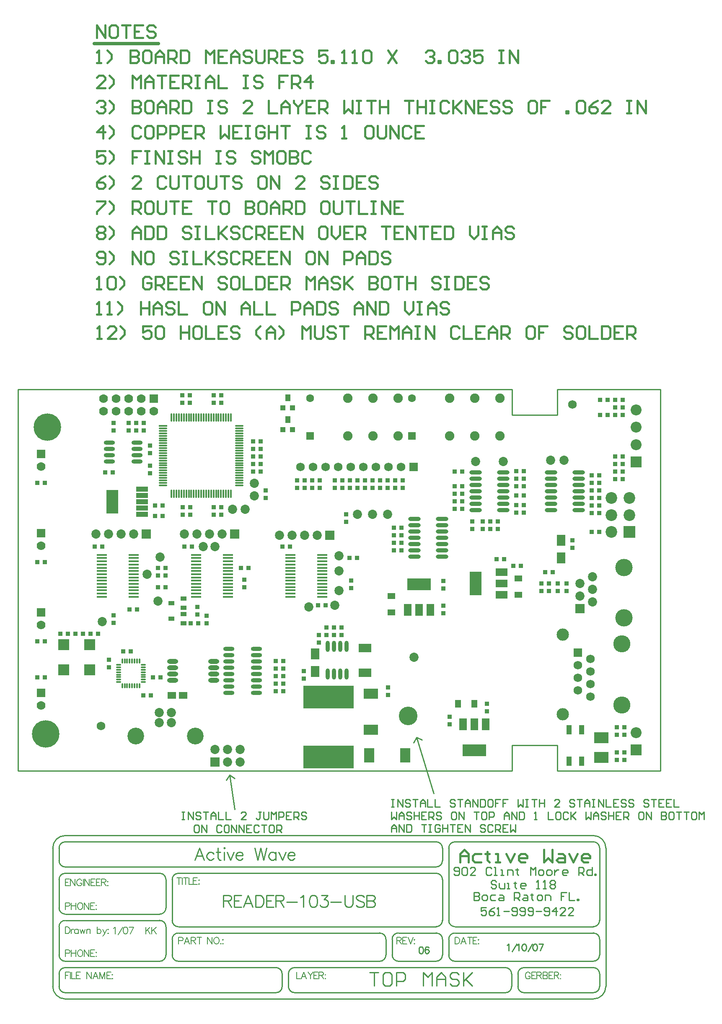
<source format=gts>
%FSLAX25Y25*%
%MOIN*%
G70*
G01*
G75*
G04 Layer_Color=8388736*
%ADD10C,0.00800*%
%ADD11C,0.06000*%
%ADD12R,0.05500X0.04000*%
%ADD13R,0.03000X0.03000*%
%ADD14R,0.09000X0.05500*%
%ADD15R,0.09000X0.18000*%
%ADD16R,0.06299X0.01000*%
%ADD17O,0.06299X0.01000*%
%ADD18O,0.01000X0.06299*%
%ADD19R,0.03000X0.03000*%
%ADD20R,0.07800X0.07800*%
%ADD21R,0.09000X0.03500*%
%ADD22O,0.08000X0.02400*%
%ADD23R,0.03600X0.05000*%
%ADD24R,0.03600X0.03600*%
%ADD25R,0.18000X0.09000*%
%ADD26O,0.09000X0.02400*%
%ADD27R,0.08000X0.01400*%
%ADD28R,0.04000X0.03000*%
%ADD29R,0.11024X0.07900*%
%ADD30R,0.05500X0.09000*%
%ADD31R,0.04000X0.05500*%
%ADD32R,0.39488X0.17520*%
%ADD33R,0.06000X0.08000*%
%ADD34O,0.02400X0.08000*%
%ADD35R,0.09449X0.05906*%
%ADD36R,0.03500X0.07000*%
%ADD37R,0.11024X0.07087*%
%ADD38R,0.07087X0.11024*%
%ADD39O,0.03937X0.01000*%
%ADD40O,0.01000X0.03937*%
%ADD41R,0.06000X0.05000*%
%ADD42O,0.08000X0.03000*%
%ADD43C,0.01000*%
%ADD44C,0.02500*%
%ADD45C,0.01200*%
%ADD46C,0.03000*%
%ADD47C,0.02200*%
%ADD48C,0.01500*%
%ADD49C,0.02000*%
%ADD50C,0.04000*%
%ADD51C,0.01400*%
%ADD52C,0.00900*%
%ADD53C,0.00500*%
%ADD54C,0.06500*%
%ADD55C,0.05500*%
%ADD56C,0.06200*%
%ADD57R,0.06200X0.06200*%
%ADD58R,0.06500X0.06500*%
%ADD59R,0.06000X0.06000*%
%ADD60R,0.05200X0.05200*%
%ADD61C,0.06700*%
%ADD62C,0.21000*%
%ADD63C,0.14000*%
%ADD64R,0.06500X0.06500*%
%ADD65C,0.13000*%
%ADD66C,0.12800*%
%ADD67C,0.09000*%
%ADD68C,0.07874*%
%ADD69R,0.07874X0.07874*%
%ADD70R,0.08500X0.08500*%
%ADD71C,0.08500*%
%ADD72C,0.12500*%
%ADD73R,0.06200X0.06200*%
%ADD74C,0.03500*%
%ADD75C,0.00600*%
%ADD76C,0.01250*%
%ADD77C,0.06800*%
%ADD78R,0.06300X0.04800*%
%ADD79R,0.03800X0.03800*%
%ADD80R,0.09800X0.06300*%
%ADD81R,0.09800X0.18800*%
%ADD82R,0.06699X0.01400*%
%ADD83O,0.06699X0.01400*%
%ADD84O,0.01400X0.06699*%
%ADD85R,0.03800X0.03800*%
%ADD86R,0.08600X0.08600*%
%ADD87R,0.09800X0.04300*%
%ADD88O,0.08800X0.03200*%
%ADD89R,0.04400X0.05800*%
%ADD90R,0.04400X0.04400*%
%ADD91R,0.18800X0.09800*%
%ADD92O,0.09800X0.03200*%
%ADD93R,0.08400X0.01800*%
%ADD94R,0.04800X0.03800*%
%ADD95R,0.11824X0.08700*%
%ADD96R,0.06300X0.09800*%
%ADD97R,0.04800X0.06300*%
%ADD98R,0.40288X0.18320*%
%ADD99R,0.06800X0.08800*%
%ADD100O,0.03200X0.08800*%
%ADD101R,0.10249X0.06706*%
%ADD102R,0.04300X0.07800*%
%ADD103R,0.11824X0.07887*%
%ADD104R,0.07887X0.11824*%
%ADD105O,0.04237X0.01300*%
%ADD106O,0.01300X0.04237*%
%ADD107R,0.06800X0.05800*%
%ADD108O,0.08800X0.03800*%
%ADD109C,0.07300*%
%ADD110C,0.06300*%
%ADD111C,0.07000*%
%ADD112R,0.07000X0.07000*%
%ADD113R,0.07300X0.07300*%
%ADD114R,0.06800X0.06800*%
%ADD115R,0.06000X0.06000*%
%ADD116C,0.07500*%
%ADD117C,0.21800*%
%ADD118C,0.14800*%
%ADD119R,0.07300X0.07300*%
%ADD120C,0.13800*%
%ADD121C,0.13600*%
%ADD122C,0.09800*%
%ADD123C,0.08674*%
%ADD124R,0.08674X0.08674*%
%ADD125R,0.09300X0.09300*%
%ADD126C,0.09300*%
%ADD127C,0.13300*%
%ADD128R,0.07000X0.07000*%
D10*
X10051Y-160984D02*
X10559Y-160730D01*
X11321Y-159968D01*
Y-165300D01*
X13962Y-166062D02*
X17516Y-159968D01*
X19395D02*
X18634Y-160222D01*
X18126Y-160984D01*
X17872Y-162253D01*
Y-163015D01*
X18126Y-164285D01*
X18634Y-165047D01*
X19395Y-165300D01*
X19903D01*
X20665Y-165047D01*
X21173Y-164285D01*
X21427Y-163015D01*
Y-162253D01*
X21173Y-160984D01*
X20665Y-160222D01*
X19903Y-159968D01*
X19395D01*
X26175D02*
X23636Y-165300D01*
X22620Y-159968D02*
X26175D01*
X35748D02*
Y-165300D01*
X39303Y-159968D02*
X35748Y-163523D01*
X37017Y-162253D02*
X39303Y-165300D01*
X40496Y-159968D02*
Y-165300D01*
X44051Y-159968D02*
X40496Y-163523D01*
X41765Y-162253D02*
X44051Y-165300D01*
D43*
X213863Y-196114D02*
X220972D01*
X217417D01*
Y-206777D01*
X229858Y-196114D02*
X226303D01*
X224526Y-197891D01*
Y-205000D01*
X226303Y-206777D01*
X229858D01*
X231635Y-205000D01*
Y-197891D01*
X229858Y-196114D01*
X235189Y-206777D02*
Y-196114D01*
X240521D01*
X242298Y-197891D01*
Y-201446D01*
X240521Y-203223D01*
X235189D01*
X256516Y-206777D02*
Y-196114D01*
X260070Y-199668D01*
X263624Y-196114D01*
Y-206777D01*
X267179D02*
Y-199668D01*
X270733Y-196114D01*
X274288Y-199668D01*
Y-206777D01*
Y-201446D01*
X267179D01*
X284951Y-197891D02*
X283174Y-196114D01*
X279619D01*
X277842Y-197891D01*
Y-199668D01*
X279619Y-201446D01*
X283174D01*
X284951Y-203223D01*
Y-205000D01*
X283174Y-206777D01*
X279619D01*
X277842Y-205000D01*
X288505Y-196114D02*
Y-206777D01*
Y-203223D01*
X295614Y-196114D01*
X290282Y-201446D01*
X295614Y-206777D01*
X-66017Y-35770D02*
X-44017D01*
X-66017Y267730D02*
X-42517D01*
X-66017D02*
X326983D01*
Y-35770D02*
Y-15270D01*
X362983D01*
Y-35770D02*
Y-15270D01*
Y-35770D02*
X444983D01*
X326983Y247230D02*
Y267730D01*
Y247230D02*
X362983D01*
Y267730D01*
X444983D01*
Y-35770D02*
Y267730D01*
X-66017Y-35770D02*
Y267730D01*
Y-35770D02*
X326983D01*
X144255Y-197195D02*
G03*
X139255Y-192195I-5000J0D01*
G01*
X139371Y-212195D02*
G03*
X144253Y-207227I84J4800D01*
G01*
X154255Y-192195D02*
G03*
X149255Y-197195I0J-5000D01*
G01*
Y-207195D02*
G03*
X154168Y-212194I5000J0D01*
G01*
X326755Y-197195D02*
G03*
X321755Y-192195I-5000J0D01*
G01*
X321871Y-212195D02*
G03*
X326753Y-207227I84J4800D01*
G01*
X331755Y-207295D02*
G03*
X336740Y-212194I4900J0D01*
G01*
X336755Y-192195D02*
G03*
X331755Y-197195I0J-5000D01*
G01*
X51755Y-122095D02*
G03*
X46855Y-117195I-4900J0D01*
G01*
X46955Y-149695D02*
G03*
X51755Y-144895I0J4800D01*
G01*
Y-159595D02*
G03*
X46684Y-154698I-4900J0D01*
G01*
X56755Y-154795D02*
G03*
X61655Y-159695I4900J0D01*
G01*
X56755Y-182295D02*
G03*
X61655Y-187195I4900J0D01*
G01*
X46855D02*
G03*
X51755Y-182295I0J4900D01*
G01*
X226755Y-169595D02*
G03*
X221855Y-164695I-4900J0D01*
G01*
Y-187195D02*
G03*
X226754Y-182209I0J4900D01*
G01*
X231755Y-182095D02*
G03*
X236766Y-187194I5100J0D01*
G01*
X236555Y-164695D02*
G03*
X231761Y-169746I0J-4800D01*
G01*
X61755Y-164695D02*
G03*
X56755Y-169695I0J-5000D01*
G01*
X61755Y-117195D02*
G03*
X56755Y-122195I0J-5000D01*
G01*
X-33245Y-182195D02*
G03*
X-28332Y-187194I5000J0D01*
G01*
X-28245Y-154695D02*
G03*
X-33245Y-159695I0J-5000D01*
G01*
Y-144695D02*
G03*
X-28245Y-149695I5000J0D01*
G01*
Y-117195D02*
G03*
X-33245Y-122195I0J-5000D01*
G01*
Y-107195D02*
G03*
X-28245Y-112195I5000J0D01*
G01*
Y-92195D02*
G03*
X-33245Y-97195I0J-5000D01*
G01*
X271755D02*
G03*
X266755Y-92195I-5000J0D01*
G01*
X281755D02*
G03*
X276755Y-97195I0J-5000D01*
G01*
X266755Y-112195D02*
G03*
X271755Y-107195I0J5000D01*
G01*
Y-122195D02*
G03*
X266755Y-117195I-5000J0D01*
G01*
X-28245Y-192195D02*
G03*
X-33245Y-197195I0J-5000D01*
G01*
X266842Y-159695D02*
G03*
X271756Y-154695I-87J5000D01*
G01*
X-33245Y-207195D02*
G03*
X-28332Y-212194I5000J0D01*
G01*
X271755Y-169595D02*
G03*
X266855Y-164695I-4900J0D01*
G01*
X276755Y-182295D02*
G03*
X281740Y-187194I4900J0D01*
G01*
X266755Y-187195D02*
G03*
X271755Y-182195I0J5000D01*
G01*
X391755Y-212195D02*
G03*
X396755Y-207195I0J5000D01*
G01*
X396755Y-197108D02*
G03*
X391755Y-192194I-5000J-87D01*
G01*
Y-187195D02*
G03*
X396755Y-182195I0J5000D01*
G01*
Y-97095D02*
G03*
X391684Y-92198I-4900J0D01*
G01*
X401755Y-97195D02*
G03*
X391755Y-87195I-10000J0D01*
G01*
Y-217195D02*
G03*
X401755Y-207195I0J10000D01*
G01*
X-38245Y-207095D02*
G03*
X-28321Y-217193I10100J0D01*
G01*
X-28245Y-87195D02*
G03*
X-38245Y-97195I0J-10000D01*
G01*
X276755Y-154695D02*
G03*
X281755Y-159695I5000J0D01*
G01*
X391755D02*
G03*
X396755Y-154695I0J5000D01*
G01*
X281755Y-164695D02*
G03*
X276755Y-169695I0J-5000D01*
G01*
X396755Y-169595D02*
G03*
X391855Y-164695I-4900J0D01*
G01*
X154255Y-212195D02*
X321755D01*
X-28245D02*
X139255D01*
X-28245Y-192195D02*
X139255D01*
X154255D02*
X321755D01*
X336755Y-212195D02*
X391755D01*
X336755Y-192195D02*
X391755D01*
X-28245Y-92195D02*
X266755D01*
X-28245Y-217195D02*
X391755D01*
X-28245Y-87195D02*
X391755D01*
X-28245Y-187195D02*
X46755D01*
X-28245Y-154695D02*
X46755D01*
X-28245Y-149695D02*
X46755D01*
X-28245Y-117195D02*
X46755D01*
X-28245Y-112195D02*
X266755D01*
X61755Y-117195D02*
X266755D01*
X61755Y-164695D02*
X221755D01*
X61755Y-187195D02*
X221755D01*
X236755D02*
X266755D01*
X236755Y-164695D02*
X266755D01*
X281755Y-187195D02*
X391755D01*
X281755Y-92195D02*
X391755D01*
X61755Y-159695D02*
X266755D01*
X281755D02*
X391755D01*
X281755Y-164695D02*
X391755D01*
X144255Y-207195D02*
Y-197195D01*
X149255Y-207195D02*
Y-197195D01*
X326755Y-207195D02*
Y-197195D01*
X331755Y-207195D02*
Y-197195D01*
X401755Y-207195D02*
Y-97195D01*
X-33245Y-182195D02*
Y-159695D01*
X51755Y-182195D02*
Y-159695D01*
X-33245Y-144695D02*
Y-122195D01*
X51755Y-144695D02*
Y-122195D01*
X-33245Y-107195D02*
Y-97195D01*
X271755Y-107195D02*
Y-97195D01*
Y-154695D02*
Y-122195D01*
X56755Y-154695D02*
Y-122195D01*
X226755Y-182195D02*
Y-169695D01*
X56755Y-182195D02*
Y-169695D01*
X231755Y-182195D02*
Y-169695D01*
X271755Y-182195D02*
Y-169695D01*
X396755Y-207195D02*
Y-197195D01*
X-33245Y-207195D02*
Y-197195D01*
X-38245Y-207195D02*
Y-97195D01*
X276755Y-154695D02*
Y-97195D01*
X396755Y-154695D02*
Y-97195D01*
X276755Y-182195D02*
Y-169695D01*
X396755Y-182195D02*
Y-169595D01*
X314628Y-123945D02*
X313562Y-122879D01*
X311429D01*
X310363Y-123945D01*
Y-125012D01*
X311429Y-126078D01*
X313562D01*
X314628Y-127145D01*
Y-128211D01*
X313562Y-129277D01*
X311429D01*
X310363Y-128211D01*
X316761Y-125012D02*
Y-128211D01*
X317827Y-129277D01*
X321026D01*
Y-125012D01*
X323159Y-129277D02*
X325291D01*
X324225D01*
Y-125012D01*
X323159D01*
X329557Y-123945D02*
Y-125012D01*
X328490D01*
X330623D01*
X329557D01*
Y-128211D01*
X330623Y-129277D01*
X337021D02*
X334888D01*
X333822Y-128211D01*
Y-126078D01*
X334888Y-125012D01*
X337021D01*
X338087Y-126078D01*
Y-127145D01*
X333822D01*
X346618Y-129277D02*
X348750D01*
X347684D01*
Y-122879D01*
X346618Y-123945D01*
X351949Y-129277D02*
X354082D01*
X353016D01*
Y-122879D01*
X351949Y-123945D01*
X357281D02*
X358347Y-122879D01*
X360480D01*
X361546Y-123945D01*
Y-125012D01*
X360480Y-126078D01*
X361546Y-127145D01*
Y-128211D01*
X360480Y-129277D01*
X358347D01*
X357281Y-128211D01*
Y-127145D01*
X358347Y-126078D01*
X357281Y-125012D01*
Y-123945D01*
X358347Y-126078D02*
X360480D01*
X306628Y-144379D02*
X302363D01*
Y-147578D01*
X304496Y-146512D01*
X305562D01*
X306628Y-147578D01*
Y-149711D01*
X305562Y-150777D01*
X303429D01*
X302363Y-149711D01*
X313026Y-144379D02*
X310893Y-145446D01*
X308761Y-147578D01*
Y-149711D01*
X309827Y-150777D01*
X311960D01*
X313026Y-149711D01*
Y-148644D01*
X311960Y-147578D01*
X308761D01*
X315159Y-150777D02*
X317291D01*
X316225D01*
Y-144379D01*
X315159Y-145446D01*
X320490Y-147578D02*
X324756D01*
X326888Y-149711D02*
X327955Y-150777D01*
X330087D01*
X331153Y-149711D01*
Y-145446D01*
X330087Y-144379D01*
X327955D01*
X326888Y-145446D01*
Y-146512D01*
X327955Y-147578D01*
X331153D01*
X333286Y-149711D02*
X334352Y-150777D01*
X336485D01*
X337551Y-149711D01*
Y-145446D01*
X336485Y-144379D01*
X334352D01*
X333286Y-145446D01*
Y-146512D01*
X334352Y-147578D01*
X337551D01*
X339684Y-149711D02*
X340750Y-150777D01*
X342883D01*
X343949Y-149711D01*
Y-145446D01*
X342883Y-144379D01*
X340750D01*
X339684Y-145446D01*
Y-146512D01*
X340750Y-147578D01*
X343949D01*
X346082D02*
X350347D01*
X352480Y-149711D02*
X353546Y-150777D01*
X355679D01*
X356745Y-149711D01*
Y-145446D01*
X355679Y-144379D01*
X353546D01*
X352480Y-145446D01*
Y-146512D01*
X353546Y-147578D01*
X356745D01*
X362077Y-150777D02*
Y-144379D01*
X358878Y-147578D01*
X363143D01*
X369541Y-150777D02*
X365276D01*
X369541Y-146512D01*
Y-145446D01*
X368475Y-144379D01*
X366342D01*
X365276Y-145446D01*
X375939Y-150777D02*
X371674D01*
X375939Y-146512D01*
Y-145446D01*
X374873Y-144379D01*
X372740D01*
X371674Y-145446D01*
X280863Y-117711D02*
X281929Y-118777D01*
X284062D01*
X285128Y-117711D01*
Y-113445D01*
X284062Y-112379D01*
X281929D01*
X280863Y-113445D01*
Y-114512D01*
X281929Y-115578D01*
X285128D01*
X287261Y-113445D02*
X288327Y-112379D01*
X290460D01*
X291526Y-113445D01*
Y-117711D01*
X290460Y-118777D01*
X288327D01*
X287261Y-117711D01*
Y-113445D01*
X297924Y-118777D02*
X293659D01*
X297924Y-114512D01*
Y-113445D01*
X296858Y-112379D01*
X294725D01*
X293659Y-113445D01*
X310720D02*
X309653Y-112379D01*
X307521D01*
X306455Y-113445D01*
Y-117711D01*
X307521Y-118777D01*
X309653D01*
X310720Y-117711D01*
X312853Y-118777D02*
X314985D01*
X313919D01*
Y-112379D01*
X312853D01*
X318184Y-118777D02*
X320317D01*
X319250D01*
Y-114512D01*
X318184D01*
X323516Y-118777D02*
Y-114512D01*
X326715D01*
X327781Y-115578D01*
Y-118777D01*
X330980Y-113445D02*
Y-114512D01*
X329914D01*
X332046D01*
X330980D01*
Y-117711D01*
X332046Y-118777D01*
X341643D02*
Y-112379D01*
X343776Y-114512D01*
X345908Y-112379D01*
Y-118777D01*
X349107D02*
X351240D01*
X352306Y-117711D01*
Y-115578D01*
X351240Y-114512D01*
X349107D01*
X348041Y-115578D01*
Y-117711D01*
X349107Y-118777D01*
X355505D02*
X357638D01*
X358704Y-117711D01*
Y-115578D01*
X357638Y-114512D01*
X355505D01*
X354439Y-115578D01*
Y-117711D01*
X355505Y-118777D01*
X360837Y-114512D02*
Y-118777D01*
Y-116645D01*
X361903Y-115578D01*
X362970Y-114512D01*
X364036D01*
X370434Y-118777D02*
X368301D01*
X367235Y-117711D01*
Y-115578D01*
X368301Y-114512D01*
X370434D01*
X371500Y-115578D01*
Y-116645D01*
X367235D01*
X380031Y-118777D02*
Y-112379D01*
X383230D01*
X384296Y-113445D01*
Y-115578D01*
X383230Y-116645D01*
X380031D01*
X382163D02*
X384296Y-118777D01*
X390694Y-112379D02*
Y-118777D01*
X387495D01*
X386429Y-117711D01*
Y-115578D01*
X387495Y-114512D01*
X390694D01*
X392827Y-118777D02*
Y-117711D01*
X393893D01*
Y-118777D01*
X392827D01*
X296863Y-132379D02*
Y-138777D01*
X300062D01*
X301128Y-137711D01*
Y-136644D01*
X300062Y-135578D01*
X296863D01*
X300062D01*
X301128Y-134512D01*
Y-133446D01*
X300062Y-132379D01*
X296863D01*
X304327Y-138777D02*
X306460D01*
X307526Y-137711D01*
Y-135578D01*
X306460Y-134512D01*
X304327D01*
X303261Y-135578D01*
Y-137711D01*
X304327Y-138777D01*
X313924Y-134512D02*
X310725D01*
X309659Y-135578D01*
Y-137711D01*
X310725Y-138777D01*
X313924D01*
X317123Y-134512D02*
X319256D01*
X320322Y-135578D01*
Y-138777D01*
X317123D01*
X316057Y-137711D01*
X317123Y-136644D01*
X320322D01*
X328853Y-138777D02*
Y-132379D01*
X332051D01*
X333118Y-133446D01*
Y-135578D01*
X332051Y-136644D01*
X328853D01*
X330985D02*
X333118Y-138777D01*
X336317Y-134512D02*
X338449D01*
X339516Y-135578D01*
Y-138777D01*
X336317D01*
X335250Y-137711D01*
X336317Y-136644D01*
X339516D01*
X342715Y-133446D02*
Y-134512D01*
X341648D01*
X343781D01*
X342715D01*
Y-137711D01*
X343781Y-138777D01*
X348046D02*
X350179D01*
X351245Y-137711D01*
Y-135578D01*
X350179Y-134512D01*
X348046D01*
X346980Y-135578D01*
Y-137711D01*
X348046Y-138777D01*
X353378D02*
Y-134512D01*
X356577D01*
X357643Y-135578D01*
Y-138777D01*
X370439Y-132379D02*
X366174D01*
Y-135578D01*
X368306D01*
X366174D01*
Y-138777D01*
X372572Y-132379D02*
Y-138777D01*
X376837D01*
X378970D02*
Y-137711D01*
X380036D01*
Y-138777D01*
X378970D01*
X102483Y-38991D02*
X106533Y-66570D01*
X102483Y-38991D02*
X106538Y-41829D01*
X99644Y-43045D02*
X102483Y-38991D01*
X250983Y-9020D02*
X264783Y-53770D01*
X250983Y-9020D02*
X255469Y-11112D01*
X248891Y-13506D02*
X250983Y-9020D01*
X64483Y-68322D02*
X66483D01*
X65483D01*
Y-74320D01*
X64483D01*
X66483D01*
X69482D02*
Y-68322D01*
X73480Y-74320D01*
Y-68322D01*
X79478Y-69322D02*
X78479Y-68322D01*
X76479D01*
X75480Y-69322D01*
Y-70321D01*
X76479Y-71321D01*
X78479D01*
X79478Y-72321D01*
Y-73320D01*
X78479Y-74320D01*
X76479D01*
X75480Y-73320D01*
X81478Y-68322D02*
X85476D01*
X83477D01*
Y-74320D01*
X87476D02*
Y-70321D01*
X89475Y-68322D01*
X91475Y-70321D01*
Y-74320D01*
Y-71321D01*
X87476D01*
X93474Y-68322D02*
Y-74320D01*
X97473D01*
X99472Y-68322D02*
Y-74320D01*
X103471D01*
X115467D02*
X111468D01*
X115467Y-70321D01*
Y-69322D01*
X114467Y-68322D01*
X112468D01*
X111468Y-69322D01*
X127463Y-68322D02*
X125464D01*
X126463D01*
Y-73320D01*
X125464Y-74320D01*
X124464D01*
X123464Y-73320D01*
X129462Y-68322D02*
Y-73320D01*
X130462Y-74320D01*
X132461D01*
X133461Y-73320D01*
Y-68322D01*
X135460Y-74320D02*
Y-68322D01*
X137460Y-70321D01*
X139459Y-68322D01*
Y-74320D01*
X141458D02*
Y-68322D01*
X144457D01*
X145457Y-69322D01*
Y-71321D01*
X144457Y-72321D01*
X141458D01*
X151455Y-68322D02*
X147457D01*
Y-74320D01*
X151455D01*
X147457Y-71321D02*
X149456D01*
X153454Y-74320D02*
Y-68322D01*
X156454D01*
X157453Y-69322D01*
Y-71321D01*
X156454Y-72321D01*
X153454D01*
X155454D02*
X157453Y-74320D01*
X163451Y-69322D02*
X162452Y-68322D01*
X160452D01*
X159453Y-69322D01*
Y-70321D01*
X160452Y-71321D01*
X162452D01*
X163451Y-72321D01*
Y-73320D01*
X162452Y-74320D01*
X160452D01*
X159453Y-73320D01*
X76982Y-78822D02*
X74983D01*
X73983Y-79822D01*
Y-83820D01*
X74983Y-84820D01*
X76982D01*
X77982Y-83820D01*
Y-79822D01*
X76982Y-78822D01*
X79981Y-84820D02*
Y-78822D01*
X83980Y-84820D01*
Y-78822D01*
X95976Y-79822D02*
X94977Y-78822D01*
X92977D01*
X91978Y-79822D01*
Y-83820D01*
X92977Y-84820D01*
X94977D01*
X95976Y-83820D01*
X100975Y-78822D02*
X98975D01*
X97975Y-79822D01*
Y-83820D01*
X98975Y-84820D01*
X100975D01*
X101974Y-83820D01*
Y-79822D01*
X100975Y-78822D01*
X103974Y-84820D02*
Y-78822D01*
X107972Y-84820D01*
Y-78822D01*
X109972Y-84820D02*
Y-78822D01*
X113970Y-84820D01*
Y-78822D01*
X119968D02*
X115970D01*
Y-84820D01*
X119968D01*
X115970Y-81821D02*
X117969D01*
X125967Y-79822D02*
X124967Y-78822D01*
X122968D01*
X121968Y-79822D01*
Y-83820D01*
X122968Y-84820D01*
X124967D01*
X125967Y-83820D01*
X127966Y-78822D02*
X131965D01*
X129965D01*
Y-84820D01*
X136963Y-78822D02*
X134964D01*
X133964Y-79822D01*
Y-83820D01*
X134964Y-84820D01*
X136963D01*
X137963Y-83820D01*
Y-79822D01*
X136963Y-78822D01*
X139962Y-84820D02*
Y-78822D01*
X142961D01*
X143961Y-79822D01*
Y-81821D01*
X142961Y-82821D01*
X139962D01*
X141961D02*
X143961Y-84820D01*
X230983Y-58522D02*
X232983D01*
X231983D01*
Y-64520D01*
X230983D01*
X232983D01*
X235982D02*
Y-58522D01*
X239980Y-64520D01*
Y-58522D01*
X245978Y-59522D02*
X244979Y-58522D01*
X242979D01*
X241980Y-59522D01*
Y-60521D01*
X242979Y-61521D01*
X244979D01*
X245978Y-62521D01*
Y-63520D01*
X244979Y-64520D01*
X242979D01*
X241980Y-63520D01*
X247978Y-58522D02*
X251976D01*
X249977D01*
Y-64520D01*
X253976D02*
Y-60521D01*
X255975Y-58522D01*
X257975Y-60521D01*
Y-64520D01*
Y-61521D01*
X253976D01*
X259974Y-58522D02*
Y-64520D01*
X263973D01*
X265972Y-58522D02*
Y-64520D01*
X269971D01*
X281967Y-59522D02*
X280967Y-58522D01*
X278968D01*
X277968Y-59522D01*
Y-60521D01*
X278968Y-61521D01*
X280967D01*
X281967Y-62521D01*
Y-63520D01*
X280967Y-64520D01*
X278968D01*
X277968Y-63520D01*
X283966Y-58522D02*
X287965D01*
X285965D01*
Y-64520D01*
X289964D02*
Y-60521D01*
X291964Y-58522D01*
X293963Y-60521D01*
Y-64520D01*
Y-61521D01*
X289964D01*
X295962Y-64520D02*
Y-58522D01*
X299961Y-64520D01*
Y-58522D01*
X301960D02*
Y-64520D01*
X304959D01*
X305959Y-63520D01*
Y-59522D01*
X304959Y-58522D01*
X301960D01*
X310957D02*
X308958D01*
X307958Y-59522D01*
Y-63520D01*
X308958Y-64520D01*
X310957D01*
X311957Y-63520D01*
Y-59522D01*
X310957Y-58522D01*
X317955D02*
X313956D01*
Y-61521D01*
X315956D01*
X313956D01*
Y-64520D01*
X323953Y-58522D02*
X319954D01*
Y-61521D01*
X321954D01*
X319954D01*
Y-64520D01*
X331951Y-58522D02*
Y-64520D01*
X333950Y-62521D01*
X335949Y-64520D01*
Y-58522D01*
X337949D02*
X339948D01*
X338948D01*
Y-64520D01*
X337949D01*
X339948D01*
X342947Y-58522D02*
X346946D01*
X344946D01*
Y-64520D01*
X348945Y-58522D02*
Y-64520D01*
Y-61521D01*
X352944D01*
Y-58522D01*
Y-64520D01*
X364940D02*
X360941D01*
X364940Y-60521D01*
Y-59522D01*
X363940Y-58522D01*
X361941D01*
X360941Y-59522D01*
X376936D02*
X375936Y-58522D01*
X373937D01*
X372937Y-59522D01*
Y-60521D01*
X373937Y-61521D01*
X375936D01*
X376936Y-62521D01*
Y-63520D01*
X375936Y-64520D01*
X373937D01*
X372937Y-63520D01*
X378935Y-58522D02*
X382934D01*
X380935D01*
Y-64520D01*
X384933D02*
Y-60521D01*
X386933Y-58522D01*
X388932Y-60521D01*
Y-64520D01*
Y-61521D01*
X384933D01*
X390932Y-58522D02*
X392931D01*
X391931D01*
Y-64520D01*
X390932D01*
X392931D01*
X395930D02*
Y-58522D01*
X399929Y-64520D01*
Y-58522D01*
X401928D02*
Y-64520D01*
X405927D01*
X411925Y-58522D02*
X407926D01*
Y-64520D01*
X411925D01*
X407926Y-61521D02*
X409925D01*
X417923Y-59522D02*
X416923Y-58522D01*
X414924D01*
X413924Y-59522D01*
Y-60521D01*
X414924Y-61521D01*
X416923D01*
X417923Y-62521D01*
Y-63520D01*
X416923Y-64520D01*
X414924D01*
X413924Y-63520D01*
X423921Y-59522D02*
X422921Y-58522D01*
X420922D01*
X419922Y-59522D01*
Y-60521D01*
X420922Y-61521D01*
X422921D01*
X423921Y-62521D01*
Y-63520D01*
X422921Y-64520D01*
X420922D01*
X419922Y-63520D01*
X435917Y-59522D02*
X434917Y-58522D01*
X432918D01*
X431918Y-59522D01*
Y-60521D01*
X432918Y-61521D01*
X434917D01*
X435917Y-62521D01*
Y-63520D01*
X434917Y-64520D01*
X432918D01*
X431918Y-63520D01*
X437916Y-58522D02*
X441915D01*
X439916D01*
Y-64520D01*
X447913Y-58522D02*
X443914D01*
Y-64520D01*
X447913D01*
X443914Y-61521D02*
X445914D01*
X453911Y-58522D02*
X449913D01*
Y-64520D01*
X453911D01*
X449913Y-61521D02*
X451912D01*
X455910Y-58522D02*
Y-64520D01*
X459909D01*
X230983Y-68522D02*
Y-74520D01*
X232983Y-72521D01*
X234982Y-74520D01*
Y-68522D01*
X236981Y-74520D02*
Y-70521D01*
X238981Y-68522D01*
X240980Y-70521D01*
Y-74520D01*
Y-71521D01*
X236981D01*
X246978Y-69522D02*
X245978Y-68522D01*
X243979D01*
X242979Y-69522D01*
Y-70521D01*
X243979Y-71521D01*
X245978D01*
X246978Y-72521D01*
Y-73520D01*
X245978Y-74520D01*
X243979D01*
X242979Y-73520D01*
X248977Y-68522D02*
Y-74520D01*
Y-71521D01*
X252976D01*
Y-68522D01*
Y-74520D01*
X258974Y-68522D02*
X254976D01*
Y-74520D01*
X258974D01*
X254976Y-71521D02*
X256975D01*
X260974Y-74520D02*
Y-68522D01*
X263973D01*
X264972Y-69522D01*
Y-71521D01*
X263973Y-72521D01*
X260974D01*
X262973D02*
X264972Y-74520D01*
X270970Y-69522D02*
X269971Y-68522D01*
X267971D01*
X266972Y-69522D01*
Y-70521D01*
X267971Y-71521D01*
X269971D01*
X270970Y-72521D01*
Y-73520D01*
X269971Y-74520D01*
X267971D01*
X266972Y-73520D01*
X281967Y-68522D02*
X279967D01*
X278968Y-69522D01*
Y-73520D01*
X279967Y-74520D01*
X281967D01*
X282966Y-73520D01*
Y-69522D01*
X281967Y-68522D01*
X284966Y-74520D02*
Y-68522D01*
X288965Y-74520D01*
Y-68522D01*
X296962D02*
X300961D01*
X298961D01*
Y-74520D01*
X305959Y-68522D02*
X303960D01*
X302960Y-69522D01*
Y-73520D01*
X303960Y-74520D01*
X305959D01*
X306959Y-73520D01*
Y-69522D01*
X305959Y-68522D01*
X308958Y-74520D02*
Y-68522D01*
X311957D01*
X312957Y-69522D01*
Y-71521D01*
X311957Y-72521D01*
X308958D01*
X320954Y-74520D02*
Y-70521D01*
X322954Y-68522D01*
X324953Y-70521D01*
Y-74520D01*
Y-71521D01*
X320954D01*
X326952Y-74520D02*
Y-68522D01*
X330951Y-74520D01*
Y-68522D01*
X332950D02*
Y-74520D01*
X335949D01*
X336949Y-73520D01*
Y-69522D01*
X335949Y-68522D01*
X332950D01*
X344946Y-74520D02*
X346946D01*
X345946D01*
Y-68522D01*
X344946Y-69522D01*
X355943Y-68522D02*
Y-74520D01*
X359942D01*
X364940Y-68522D02*
X362941D01*
X361941Y-69522D01*
Y-73520D01*
X362941Y-74520D01*
X364940D01*
X365940Y-73520D01*
Y-69522D01*
X364940Y-68522D01*
X371938Y-69522D02*
X370938Y-68522D01*
X368939D01*
X367939Y-69522D01*
Y-73520D01*
X368939Y-74520D01*
X370938D01*
X371938Y-73520D01*
X373937Y-68522D02*
Y-74520D01*
Y-72521D01*
X377936Y-68522D01*
X374937Y-71521D01*
X377936Y-74520D01*
X385933Y-68522D02*
Y-74520D01*
X387932Y-72521D01*
X389932Y-74520D01*
Y-68522D01*
X391931Y-74520D02*
Y-70521D01*
X393931Y-68522D01*
X395930Y-70521D01*
Y-74520D01*
Y-71521D01*
X391931D01*
X401928Y-69522D02*
X400928Y-68522D01*
X398929D01*
X397929Y-69522D01*
Y-70521D01*
X398929Y-71521D01*
X400928D01*
X401928Y-72521D01*
Y-73520D01*
X400928Y-74520D01*
X398929D01*
X397929Y-73520D01*
X403927Y-68522D02*
Y-74520D01*
Y-71521D01*
X407926D01*
Y-68522D01*
Y-74520D01*
X413924Y-68522D02*
X409925D01*
Y-74520D01*
X413924D01*
X409925Y-71521D02*
X411925D01*
X415924Y-74520D02*
Y-68522D01*
X418923D01*
X419922Y-69522D01*
Y-71521D01*
X418923Y-72521D01*
X415924D01*
X417923D02*
X419922Y-74520D01*
X430919Y-68522D02*
X428919D01*
X427920Y-69522D01*
Y-73520D01*
X428919Y-74520D01*
X430919D01*
X431918Y-73520D01*
Y-69522D01*
X430919Y-68522D01*
X433918Y-74520D02*
Y-68522D01*
X437916Y-74520D01*
Y-68522D01*
X445914D02*
Y-74520D01*
X448913D01*
X449913Y-73520D01*
Y-72521D01*
X448913Y-71521D01*
X445914D01*
X448913D01*
X449913Y-70521D01*
Y-69522D01*
X448913Y-68522D01*
X445914D01*
X454911D02*
X452912D01*
X451912Y-69522D01*
Y-73520D01*
X452912Y-74520D01*
X454911D01*
X455910Y-73520D01*
Y-69522D01*
X454911Y-68522D01*
X457910D02*
X461909D01*
X459909D01*
Y-74520D01*
X463908Y-68522D02*
X467907D01*
X465907D01*
Y-74520D01*
X472905Y-68522D02*
X470906D01*
X469906Y-69522D01*
Y-73520D01*
X470906Y-74520D01*
X472905D01*
X473905Y-73520D01*
Y-69522D01*
X472905Y-68522D01*
X475904Y-74520D02*
Y-68522D01*
X477903Y-70521D01*
X479903Y-68522D01*
Y-74520D01*
X230983Y-84520D02*
Y-80521D01*
X232983Y-78522D01*
X234982Y-80521D01*
Y-84520D01*
Y-81521D01*
X230983D01*
X236981Y-84520D02*
Y-78522D01*
X240980Y-84520D01*
Y-78522D01*
X242979D02*
Y-84520D01*
X245978D01*
X246978Y-83520D01*
Y-79522D01*
X245978Y-78522D01*
X242979D01*
X254976D02*
X258974D01*
X256975D01*
Y-84520D01*
X260974Y-78522D02*
X262973D01*
X261973D01*
Y-84520D01*
X260974D01*
X262973D01*
X269971Y-79522D02*
X268971Y-78522D01*
X266972D01*
X265972Y-79522D01*
Y-83520D01*
X266972Y-84520D01*
X268971D01*
X269971Y-83520D01*
Y-81521D01*
X267971D01*
X271970Y-78522D02*
Y-84520D01*
Y-81521D01*
X275969D01*
Y-78522D01*
Y-84520D01*
X277968Y-78522D02*
X281967D01*
X279967D01*
Y-84520D01*
X287965Y-78522D02*
X283966D01*
Y-84520D01*
X287965D01*
X283966Y-81521D02*
X285965D01*
X289964Y-84520D02*
Y-78522D01*
X293963Y-84520D01*
Y-78522D01*
X305959Y-79522D02*
X304959Y-78522D01*
X302960D01*
X301960Y-79522D01*
Y-80521D01*
X302960Y-81521D01*
X304959D01*
X305959Y-82521D01*
Y-83520D01*
X304959Y-84520D01*
X302960D01*
X301960Y-83520D01*
X311957Y-79522D02*
X310957Y-78522D01*
X308958D01*
X307958Y-79522D01*
Y-83520D01*
X308958Y-84520D01*
X310957D01*
X311957Y-83520D01*
X313956Y-84520D02*
Y-78522D01*
X316955D01*
X317955Y-79522D01*
Y-81521D01*
X316955Y-82521D01*
X313956D01*
X315956D02*
X317955Y-84520D01*
X323953Y-78522D02*
X319954D01*
Y-84520D01*
X323953D01*
X319954Y-81521D02*
X321954D01*
X325953Y-78522D02*
Y-84520D01*
X327952Y-82521D01*
X329951Y-84520D01*
Y-78522D01*
D44*
X-5137Y542623D02*
X45863D01*
D48*
X285863Y-108277D02*
Y-101613D01*
X289195Y-98280D01*
X292527Y-101613D01*
Y-108277D01*
Y-103279D01*
X285863D01*
X302524Y-101613D02*
X297526D01*
X295860Y-103279D01*
Y-106611D01*
X297526Y-108277D01*
X302524D01*
X307523Y-99946D02*
Y-101613D01*
X305856D01*
X309189D01*
X307523D01*
Y-106611D01*
X309189Y-108277D01*
X314187D02*
X317519D01*
X315853D01*
Y-101613D01*
X314187D01*
X322518D02*
X325850Y-108277D01*
X329182Y-101613D01*
X337513Y-108277D02*
X334181D01*
X332514Y-106611D01*
Y-103279D01*
X334181Y-101613D01*
X337513D01*
X339179Y-103279D01*
Y-104945D01*
X332514D01*
X352508Y-98280D02*
Y-108277D01*
X355840Y-104945D01*
X359173Y-108277D01*
Y-98280D01*
X364171Y-101613D02*
X367503D01*
X369169Y-103279D01*
Y-108277D01*
X364171D01*
X362505Y-106611D01*
X364171Y-104945D01*
X369169D01*
X372501Y-101613D02*
X375834Y-108277D01*
X379166Y-101613D01*
X387497Y-108277D02*
X384164D01*
X382498Y-106611D01*
Y-103279D01*
X384164Y-101613D01*
X387497D01*
X389163Y-103279D01*
Y-104945D01*
X382498D01*
X-3017Y307980D02*
X316D01*
X-1351D01*
Y317977D01*
X-3017Y316311D01*
X11978Y307980D02*
X5314D01*
X11978Y314645D01*
Y316311D01*
X10312Y317977D01*
X6980D01*
X5314Y316311D01*
X15311Y307980D02*
X18643Y311312D01*
Y314645D01*
X15311Y317977D01*
X40303D02*
X33638D01*
Y312978D01*
X36970Y314645D01*
X38636D01*
X40303Y312978D01*
Y309646D01*
X38636Y307980D01*
X35304D01*
X33638Y309646D01*
X43635Y316311D02*
X45301Y317977D01*
X48633D01*
X50299Y316311D01*
Y309646D01*
X48633Y307980D01*
X45301D01*
X43635Y309646D01*
Y316311D01*
X63628Y317977D02*
Y307980D01*
Y312978D01*
X70293D01*
Y317977D01*
Y307980D01*
X78624Y317977D02*
X75291D01*
X73625Y316311D01*
Y309646D01*
X75291Y307980D01*
X78624D01*
X80290Y309646D01*
Y316311D01*
X78624Y317977D01*
X83622D02*
Y307980D01*
X90286D01*
X100283Y317977D02*
X93619D01*
Y307980D01*
X100283D01*
X93619Y312978D02*
X96951D01*
X110280Y316311D02*
X108614Y317977D01*
X105282D01*
X103615Y316311D01*
Y314645D01*
X105282Y312978D01*
X108614D01*
X110280Y311312D01*
Y309646D01*
X108614Y307980D01*
X105282D01*
X103615Y309646D01*
X126941Y307980D02*
X123609Y311312D01*
Y314645D01*
X126941Y317977D01*
X131940Y307980D02*
Y314645D01*
X135272Y317977D01*
X138604Y314645D01*
Y307980D01*
Y312978D01*
X131940D01*
X141937Y307980D02*
X145269Y311312D01*
Y314645D01*
X141937Y317977D01*
X160264Y307980D02*
Y317977D01*
X163596Y314645D01*
X166928Y317977D01*
Y307980D01*
X170261Y317977D02*
Y309646D01*
X171927Y307980D01*
X175259D01*
X176925Y309646D01*
Y317977D01*
X186922Y316311D02*
X185256Y317977D01*
X181923D01*
X180257Y316311D01*
Y314645D01*
X181923Y312978D01*
X185256D01*
X186922Y311312D01*
Y309646D01*
X185256Y307980D01*
X181923D01*
X180257Y309646D01*
X190254Y317977D02*
X196919D01*
X193586D01*
Y307980D01*
X210248D02*
Y317977D01*
X215246D01*
X216912Y316311D01*
Y312978D01*
X215246Y311312D01*
X210248D01*
X213580D02*
X216912Y307980D01*
X226909Y317977D02*
X220245D01*
Y307980D01*
X226909D01*
X220245Y312978D02*
X223577D01*
X230241Y307980D02*
Y317977D01*
X233574Y314645D01*
X236906Y317977D01*
Y307980D01*
X240238D02*
Y314645D01*
X243570Y317977D01*
X246902Y314645D01*
Y307980D01*
Y312978D01*
X240238D01*
X250235Y317977D02*
X253567D01*
X251901D01*
Y307980D01*
X250235D01*
X253567D01*
X258565D02*
Y317977D01*
X265230Y307980D01*
Y317977D01*
X285224Y316311D02*
X283557Y317977D01*
X280225D01*
X278559Y316311D01*
Y309646D01*
X280225Y307980D01*
X283557D01*
X285224Y309646D01*
X288556Y317977D02*
Y307980D01*
X295220D01*
X305217Y317977D02*
X298552D01*
Y307980D01*
X305217D01*
X298552Y312978D02*
X301885D01*
X308549Y307980D02*
Y314645D01*
X311882Y317977D01*
X315214Y314645D01*
Y307980D01*
Y312978D01*
X308549D01*
X318546Y307980D02*
Y317977D01*
X323544D01*
X325211Y316311D01*
Y312978D01*
X323544Y311312D01*
X318546D01*
X321878D02*
X325211Y307980D01*
X343538Y317977D02*
X340206D01*
X338540Y316311D01*
Y309646D01*
X340206Y307980D01*
X343538D01*
X345204Y309646D01*
Y316311D01*
X343538Y317977D01*
X355201D02*
X348536D01*
Y312978D01*
X351869D01*
X348536D01*
Y307980D01*
X375194Y316311D02*
X373528Y317977D01*
X370196D01*
X368530Y316311D01*
Y314645D01*
X370196Y312978D01*
X373528D01*
X375194Y311312D01*
Y309646D01*
X373528Y307980D01*
X370196D01*
X368530Y309646D01*
X383525Y317977D02*
X380193D01*
X378527Y316311D01*
Y309646D01*
X380193Y307980D01*
X383525D01*
X385191Y309646D01*
Y316311D01*
X383525Y317977D01*
X388524D02*
Y307980D01*
X395188D01*
X398520Y317977D02*
Y307980D01*
X403519D01*
X405185Y309646D01*
Y316311D01*
X403519Y317977D01*
X398520D01*
X415181D02*
X408517D01*
Y307980D01*
X415181D01*
X408517Y312978D02*
X411849D01*
X418514Y307980D02*
Y317977D01*
X423512D01*
X425178Y316311D01*
Y312978D01*
X423512Y311312D01*
X418514D01*
X421846D02*
X425178Y307980D01*
X-3137Y347123D02*
X195D01*
X-1471D01*
Y357120D01*
X-3137Y355453D01*
X5193D02*
X6860Y357120D01*
X10192D01*
X11858Y355453D01*
Y348789D01*
X10192Y347123D01*
X6860D01*
X5193Y348789D01*
Y355453D01*
X15190Y347123D02*
X18522Y350455D01*
Y353787D01*
X15190Y357120D01*
X40182Y355453D02*
X38516Y357120D01*
X35184D01*
X33518Y355453D01*
Y348789D01*
X35184Y347123D01*
X38516D01*
X40182Y348789D01*
Y352121D01*
X36850D01*
X43514Y347123D02*
Y357120D01*
X48513D01*
X50179Y355453D01*
Y352121D01*
X48513Y350455D01*
X43514D01*
X46847D02*
X50179Y347123D01*
X60176Y357120D02*
X53511D01*
Y347123D01*
X60176D01*
X53511Y352121D02*
X56844D01*
X70173Y357120D02*
X63508D01*
Y347123D01*
X70173D01*
X63508Y352121D02*
X66840D01*
X73505Y347123D02*
Y357120D01*
X80169Y347123D01*
Y357120D01*
X100163Y355453D02*
X98497Y357120D01*
X95164D01*
X93498Y355453D01*
Y353787D01*
X95164Y352121D01*
X98497D01*
X100163Y350455D01*
Y348789D01*
X98497Y347123D01*
X95164D01*
X93498Y348789D01*
X108493Y357120D02*
X105161D01*
X103495Y355453D01*
Y348789D01*
X105161Y347123D01*
X108493D01*
X110160Y348789D01*
Y355453D01*
X108493Y357120D01*
X113492D02*
Y347123D01*
X120156D01*
X123489Y357120D02*
Y347123D01*
X128487D01*
X130153Y348789D01*
Y355453D01*
X128487Y357120D01*
X123489D01*
X140150D02*
X133485D01*
Y347123D01*
X140150D01*
X133485Y352121D02*
X136818D01*
X143482Y347123D02*
Y357120D01*
X148480D01*
X150147Y355453D01*
Y352121D01*
X148480Y350455D01*
X143482D01*
X146814D02*
X150147Y347123D01*
X163476D02*
Y357120D01*
X166808Y353787D01*
X170140Y357120D01*
Y347123D01*
X173472D02*
Y353787D01*
X176805Y357120D01*
X180137Y353787D01*
Y347123D01*
Y352121D01*
X173472D01*
X190134Y355453D02*
X188468Y357120D01*
X185135D01*
X183469Y355453D01*
Y353787D01*
X185135Y352121D01*
X188468D01*
X190134Y350455D01*
Y348789D01*
X188468Y347123D01*
X185135D01*
X183469Y348789D01*
X193466Y357120D02*
Y347123D01*
Y350455D01*
X200131Y357120D01*
X195132Y352121D01*
X200131Y347123D01*
X213459Y357120D02*
Y347123D01*
X218458D01*
X220124Y348789D01*
Y350455D01*
X218458Y352121D01*
X213459D01*
X218458D01*
X220124Y353787D01*
Y355453D01*
X218458Y357120D01*
X213459D01*
X228455D02*
X225122D01*
X223456Y355453D01*
Y348789D01*
X225122Y347123D01*
X228455D01*
X230121Y348789D01*
Y355453D01*
X228455Y357120D01*
X233453D02*
X240118D01*
X236785D01*
Y347123D01*
X243450Y357120D02*
Y347123D01*
Y352121D01*
X250114D01*
Y357120D01*
Y347123D01*
X270108Y355453D02*
X268442Y357120D01*
X265109D01*
X263443Y355453D01*
Y353787D01*
X265109Y352121D01*
X268442D01*
X270108Y350455D01*
Y348789D01*
X268442Y347123D01*
X265109D01*
X263443Y348789D01*
X273440Y357120D02*
X276772D01*
X275106D01*
Y347123D01*
X273440D01*
X276772D01*
X281771Y357120D02*
Y347123D01*
X286769D01*
X288435Y348789D01*
Y355453D01*
X286769Y357120D01*
X281771D01*
X298432D02*
X291768D01*
Y347123D01*
X298432D01*
X291768Y352121D02*
X295100D01*
X308429Y355453D02*
X306763Y357120D01*
X303431D01*
X301764Y355453D01*
Y353787D01*
X303431Y352121D01*
X306763D01*
X308429Y350455D01*
Y348789D01*
X306763Y347123D01*
X303431D01*
X301764Y348789D01*
X-3137Y327123D02*
X195D01*
X-1471D01*
Y337120D01*
X-3137Y335454D01*
X5193Y327123D02*
X8526D01*
X6860D01*
Y337120D01*
X5193Y335454D01*
X13524Y327123D02*
X16856Y330455D01*
Y333787D01*
X13524Y337120D01*
X31852D02*
Y327123D01*
Y332121D01*
X38516D01*
Y337120D01*
Y327123D01*
X41848D02*
Y333787D01*
X45181Y337120D01*
X48513Y333787D01*
Y327123D01*
Y332121D01*
X41848D01*
X58510Y335454D02*
X56843Y337120D01*
X53511D01*
X51845Y335454D01*
Y333787D01*
X53511Y332121D01*
X56843D01*
X58510Y330455D01*
Y328789D01*
X56843Y327123D01*
X53511D01*
X51845Y328789D01*
X61842Y337120D02*
Y327123D01*
X68506D01*
X86834Y337120D02*
X83501D01*
X81835Y335454D01*
Y328789D01*
X83501Y327123D01*
X86834D01*
X88500Y328789D01*
Y335454D01*
X86834Y337120D01*
X91832Y327123D02*
Y337120D01*
X98497Y327123D01*
Y337120D01*
X111826Y327123D02*
Y333787D01*
X115158Y337120D01*
X118490Y333787D01*
Y327123D01*
Y332121D01*
X111826D01*
X121823Y337120D02*
Y327123D01*
X128487D01*
X131819Y337120D02*
Y327123D01*
X138484D01*
X151813D02*
Y337120D01*
X156811D01*
X158477Y335454D01*
Y332121D01*
X156811Y330455D01*
X151813D01*
X161810Y327123D02*
Y333787D01*
X165142Y337120D01*
X168474Y333787D01*
Y327123D01*
Y332121D01*
X161810D01*
X171806Y337120D02*
Y327123D01*
X176805D01*
X178471Y328789D01*
Y335454D01*
X176805Y337120D01*
X171806D01*
X188468Y335454D02*
X186802Y337120D01*
X183469D01*
X181803Y335454D01*
Y333787D01*
X183469Y332121D01*
X186802D01*
X188468Y330455D01*
Y328789D01*
X186802Y327123D01*
X183469D01*
X181803Y328789D01*
X201797Y327123D02*
Y333787D01*
X205129Y337120D01*
X208461Y333787D01*
Y327123D01*
Y332121D01*
X201797D01*
X211793Y327123D02*
Y337120D01*
X218458Y327123D01*
Y337120D01*
X221790D02*
Y327123D01*
X226788D01*
X228455Y328789D01*
Y335454D01*
X226788Y337120D01*
X221790D01*
X241784D02*
Y330455D01*
X245116Y327123D01*
X248448Y330455D01*
Y337120D01*
X251781D02*
X255113D01*
X253447D01*
Y327123D01*
X251781D01*
X255113D01*
X260111D02*
Y333787D01*
X263443Y337120D01*
X266776Y333787D01*
Y327123D01*
Y332121D01*
X260111D01*
X276772Y335454D02*
X275106Y337120D01*
X271774D01*
X270108Y335454D01*
Y333787D01*
X271774Y332121D01*
X275106D01*
X276772Y330455D01*
Y328789D01*
X275106Y327123D01*
X271774D01*
X270108Y328789D01*
X3527Y507123D02*
X-3137D01*
X3527Y513787D01*
Y515453D01*
X1861Y517120D01*
X-1471D01*
X-3137Y515453D01*
X6860Y507123D02*
X10192Y510455D01*
Y513787D01*
X6860Y517120D01*
X25187Y507123D02*
Y517120D01*
X28519Y513787D01*
X31852Y517120D01*
Y507123D01*
X35184D02*
Y513787D01*
X38516Y517120D01*
X41848Y513787D01*
Y507123D01*
Y512121D01*
X35184D01*
X45181Y517120D02*
X51845D01*
X48513D01*
Y507123D01*
X61842Y517120D02*
X55177D01*
Y507123D01*
X61842D01*
X55177Y512121D02*
X58510D01*
X65174Y507123D02*
Y517120D01*
X70173D01*
X71839Y515453D01*
Y512121D01*
X70173Y510455D01*
X65174D01*
X68506D02*
X71839Y507123D01*
X75171Y517120D02*
X78503D01*
X76837D01*
Y507123D01*
X75171D01*
X78503D01*
X83501D02*
Y513787D01*
X86834Y517120D01*
X90166Y513787D01*
Y507123D01*
Y512121D01*
X83501D01*
X93498Y517120D02*
Y507123D01*
X100163D01*
X113492Y517120D02*
X116824D01*
X115158D01*
Y507123D01*
X113492D01*
X116824D01*
X128487Y515453D02*
X126821Y517120D01*
X123489D01*
X121823Y515453D01*
Y513787D01*
X123489Y512121D01*
X126821D01*
X128487Y510455D01*
Y508789D01*
X126821Y507123D01*
X123489D01*
X121823Y508789D01*
X148480Y517120D02*
X141816D01*
Y512121D01*
X145148D01*
X141816D01*
Y507123D01*
X151813D02*
Y517120D01*
X156811D01*
X158477Y515453D01*
Y512121D01*
X156811Y510455D01*
X151813D01*
X155145D02*
X158477Y507123D01*
X166808D02*
Y517120D01*
X161810Y512121D01*
X168474D01*
X-3137Y527123D02*
X195D01*
X-1471D01*
Y537120D01*
X-3137Y535454D01*
X5193Y527123D02*
X8526Y530455D01*
Y533787D01*
X5193Y537120D01*
X23521D02*
Y527123D01*
X28519D01*
X30185Y528789D01*
Y530455D01*
X28519Y532121D01*
X23521D01*
X28519D01*
X30185Y533787D01*
Y535454D01*
X28519Y537120D01*
X23521D01*
X38516D02*
X35184D01*
X33518Y535454D01*
Y528789D01*
X35184Y527123D01*
X38516D01*
X40182Y528789D01*
Y535454D01*
X38516Y537120D01*
X43514Y527123D02*
Y533787D01*
X46847Y537120D01*
X50179Y533787D01*
Y527123D01*
Y532121D01*
X43514D01*
X53511Y527123D02*
Y537120D01*
X58509D01*
X60176Y535454D01*
Y532121D01*
X58509Y530455D01*
X53511D01*
X56843D02*
X60176Y527123D01*
X63508Y537120D02*
Y527123D01*
X68506D01*
X70172Y528789D01*
Y535454D01*
X68506Y537120D01*
X63508D01*
X83501Y527123D02*
Y537120D01*
X86834Y533787D01*
X90166Y537120D01*
Y527123D01*
X100163Y537120D02*
X93498D01*
Y527123D01*
X100163D01*
X93498Y532121D02*
X96830D01*
X103495Y527123D02*
Y533787D01*
X106827Y537120D01*
X110160Y533787D01*
Y527123D01*
Y532121D01*
X103495D01*
X120156Y535454D02*
X118490Y537120D01*
X115158D01*
X113492Y535454D01*
Y533787D01*
X115158Y532121D01*
X118490D01*
X120156Y530455D01*
Y528789D01*
X118490Y527123D01*
X115158D01*
X113492Y528789D01*
X123489Y537120D02*
Y528789D01*
X125155Y527123D01*
X128487D01*
X130153Y528789D01*
Y537120D01*
X133485Y527123D02*
Y537120D01*
X138484D01*
X140150Y535454D01*
Y532121D01*
X138484Y530455D01*
X133485D01*
X136818D02*
X140150Y527123D01*
X150147Y537120D02*
X143482D01*
Y527123D01*
X150147D01*
X143482Y532121D02*
X146814D01*
X160143Y535454D02*
X158477Y537120D01*
X155145D01*
X153479Y535454D01*
Y533787D01*
X155145Y532121D01*
X158477D01*
X160143Y530455D01*
Y528789D01*
X158477Y527123D01*
X155145D01*
X153479Y528789D01*
X180137Y537120D02*
X173472D01*
Y532121D01*
X176805Y533787D01*
X178471D01*
X180137Y532121D01*
Y528789D01*
X178471Y527123D01*
X175138D01*
X173472Y528789D01*
X183469Y527123D02*
Y528789D01*
X185135D01*
Y527123D01*
X183469D01*
X191800D02*
X195132D01*
X193466D01*
Y537120D01*
X191800Y535454D01*
X200130Y527123D02*
X203463D01*
X201797D01*
Y537120D01*
X200130Y535454D01*
X208461D02*
X210127Y537120D01*
X213459D01*
X215126Y535454D01*
Y528789D01*
X213459Y527123D01*
X210127D01*
X208461Y528789D01*
Y535454D01*
X228455Y537120D02*
X235119Y527123D01*
Y537120D02*
X228455Y527123D01*
X258445Y535454D02*
X260111Y537120D01*
X263443D01*
X265109Y535454D01*
Y533787D01*
X263443Y532121D01*
X261777D01*
X263443D01*
X265109Y530455D01*
Y528789D01*
X263443Y527123D01*
X260111D01*
X258445Y528789D01*
X268442Y527123D02*
Y528789D01*
X270108D01*
Y527123D01*
X268442D01*
X276772Y535454D02*
X278438Y537120D01*
X281771D01*
X283437Y535454D01*
Y528789D01*
X281771Y527123D01*
X278438D01*
X276772Y528789D01*
Y535454D01*
X286769D02*
X288435Y537120D01*
X291768D01*
X293434Y535454D01*
Y533787D01*
X291768Y532121D01*
X290101D01*
X291768D01*
X293434Y530455D01*
Y528789D01*
X291768Y527123D01*
X288435D01*
X286769Y528789D01*
X303430Y537120D02*
X296766D01*
Y532121D01*
X300098Y533787D01*
X301764D01*
X303430Y532121D01*
Y528789D01*
X301764Y527123D01*
X298432D01*
X296766Y528789D01*
X316759Y537120D02*
X320092D01*
X318426D01*
Y527123D01*
X316759D01*
X320092D01*
X325090D02*
Y537120D01*
X331755Y527123D01*
Y537120D01*
X-3137Y368789D02*
X-1471Y367123D01*
X1861D01*
X3527Y368789D01*
Y375453D01*
X1861Y377120D01*
X-1471D01*
X-3137Y375453D01*
Y373787D01*
X-1471Y372121D01*
X3527D01*
X6860Y367123D02*
X10192Y370455D01*
Y373787D01*
X6860Y377120D01*
X25187Y367123D02*
Y377120D01*
X31852Y367123D01*
Y377120D01*
X40182D02*
X36850D01*
X35184Y375453D01*
Y368789D01*
X36850Y367123D01*
X40182D01*
X41848Y368789D01*
Y375453D01*
X40182Y377120D01*
X61842Y375453D02*
X60176Y377120D01*
X56844D01*
X55177Y375453D01*
Y373787D01*
X56844Y372121D01*
X60176D01*
X61842Y370455D01*
Y368789D01*
X60176Y367123D01*
X56844D01*
X55177Y368789D01*
X65174Y377120D02*
X68506D01*
X66840D01*
Y367123D01*
X65174D01*
X68506D01*
X73505Y377120D02*
Y367123D01*
X80169D01*
X83501Y377120D02*
Y367123D01*
Y370455D01*
X90166Y377120D01*
X85168Y372121D01*
X90166Y367123D01*
X100163Y375453D02*
X98497Y377120D01*
X95164D01*
X93498Y375453D01*
Y373787D01*
X95164Y372121D01*
X98497D01*
X100163Y370455D01*
Y368789D01*
X98497Y367123D01*
X95164D01*
X93498Y368789D01*
X110160Y375453D02*
X108493Y377120D01*
X105161D01*
X103495Y375453D01*
Y368789D01*
X105161Y367123D01*
X108493D01*
X110160Y368789D01*
X113492Y367123D02*
Y377120D01*
X118490D01*
X120156Y375453D01*
Y372121D01*
X118490Y370455D01*
X113492D01*
X116824D02*
X120156Y367123D01*
X130153Y377120D02*
X123489D01*
Y367123D01*
X130153D01*
X123489Y372121D02*
X126821D01*
X140150Y377120D02*
X133485D01*
Y367123D01*
X140150D01*
X133485Y372121D02*
X136818D01*
X143482Y367123D02*
Y377120D01*
X150147Y367123D01*
Y377120D01*
X168474D02*
X165142D01*
X163476Y375453D01*
Y368789D01*
X165142Y367123D01*
X168474D01*
X170140Y368789D01*
Y375453D01*
X168474Y377120D01*
X173472Y367123D02*
Y377120D01*
X180137Y367123D01*
Y377120D01*
X193466Y367123D02*
Y377120D01*
X198464D01*
X200131Y375453D01*
Y372121D01*
X198464Y370455D01*
X193466D01*
X203463Y367123D02*
Y373787D01*
X206795Y377120D01*
X210127Y373787D01*
Y367123D01*
Y372121D01*
X203463D01*
X213459Y377120D02*
Y367123D01*
X218458D01*
X220124Y368789D01*
Y375453D01*
X218458Y377120D01*
X213459D01*
X230121Y375453D02*
X228455Y377120D01*
X225122D01*
X223456Y375453D01*
Y373787D01*
X225122Y372121D01*
X228455D01*
X230121Y370455D01*
Y368789D01*
X228455Y367123D01*
X225122D01*
X223456Y368789D01*
X-3137Y395454D02*
X-1471Y397120D01*
X1861D01*
X3527Y395454D01*
Y393787D01*
X1861Y392121D01*
X3527Y390455D01*
Y388789D01*
X1861Y387123D01*
X-1471D01*
X-3137Y388789D01*
Y390455D01*
X-1471Y392121D01*
X-3137Y393787D01*
Y395454D01*
X-1471Y392121D02*
X1861D01*
X6860Y387123D02*
X10192Y390455D01*
Y393787D01*
X6860Y397120D01*
X25187Y387123D02*
Y393787D01*
X28519Y397120D01*
X31852Y393787D01*
Y387123D01*
Y392121D01*
X25187D01*
X35184Y397120D02*
Y387123D01*
X40182D01*
X41848Y388789D01*
Y395454D01*
X40182Y397120D01*
X35184D01*
X45180D02*
Y387123D01*
X50179D01*
X51845Y388789D01*
Y395454D01*
X50179Y397120D01*
X45180D01*
X71839Y395454D02*
X70172Y397120D01*
X66840D01*
X65174Y395454D01*
Y393787D01*
X66840Y392121D01*
X70172D01*
X71839Y390455D01*
Y388789D01*
X70172Y387123D01*
X66840D01*
X65174Y388789D01*
X75171Y397120D02*
X78503D01*
X76837D01*
Y387123D01*
X75171D01*
X78503D01*
X83501Y397120D02*
Y387123D01*
X90166D01*
X93498Y397120D02*
Y387123D01*
Y390455D01*
X100163Y397120D01*
X95164Y392121D01*
X100163Y387123D01*
X110160Y395454D02*
X108493Y397120D01*
X105161D01*
X103495Y395454D01*
Y393787D01*
X105161Y392121D01*
X108493D01*
X110160Y390455D01*
Y388789D01*
X108493Y387123D01*
X105161D01*
X103495Y388789D01*
X120156Y395454D02*
X118490Y397120D01*
X115158D01*
X113492Y395454D01*
Y388789D01*
X115158Y387123D01*
X118490D01*
X120156Y388789D01*
X123489Y387123D02*
Y397120D01*
X128487D01*
X130153Y395454D01*
Y392121D01*
X128487Y390455D01*
X123489D01*
X126821D02*
X130153Y387123D01*
X140150Y397120D02*
X133485D01*
Y387123D01*
X140150D01*
X133485Y392121D02*
X136818D01*
X150147Y397120D02*
X143482D01*
Y387123D01*
X150147D01*
X143482Y392121D02*
X146814D01*
X153479Y387123D02*
Y397120D01*
X160143Y387123D01*
Y397120D01*
X178471D02*
X175138D01*
X173472Y395454D01*
Y388789D01*
X175138Y387123D01*
X178471D01*
X180137Y388789D01*
Y395454D01*
X178471Y397120D01*
X183469D02*
Y390455D01*
X186801Y387123D01*
X190134Y390455D01*
Y397120D01*
X200130D02*
X193466D01*
Y387123D01*
X200130D01*
X193466Y392121D02*
X196798D01*
X203463Y387123D02*
Y397120D01*
X208461D01*
X210127Y395454D01*
Y392121D01*
X208461Y390455D01*
X203463D01*
X206795D02*
X210127Y387123D01*
X223456Y397120D02*
X230121D01*
X226788D01*
Y387123D01*
X240118Y397120D02*
X233453D01*
Y387123D01*
X240118D01*
X233453Y392121D02*
X236785D01*
X243450Y387123D02*
Y397120D01*
X250114Y387123D01*
Y397120D01*
X253447D02*
X260111D01*
X256779D01*
Y387123D01*
X270108Y397120D02*
X263443D01*
Y387123D01*
X270108D01*
X263443Y392121D02*
X266776D01*
X273440Y397120D02*
Y387123D01*
X278438D01*
X280105Y388789D01*
Y395454D01*
X278438Y397120D01*
X273440D01*
X293434D02*
Y390455D01*
X296766Y387123D01*
X300098Y390455D01*
Y397120D01*
X303430D02*
X306763D01*
X305097D01*
Y387123D01*
X303430D01*
X306763D01*
X311761D02*
Y393787D01*
X315093Y397120D01*
X318426Y393787D01*
Y387123D01*
Y392121D01*
X311761D01*
X328422Y395454D02*
X326756Y397120D01*
X323424D01*
X321758Y395454D01*
Y393787D01*
X323424Y392121D01*
X326756D01*
X328422Y390455D01*
Y388789D01*
X326756Y387123D01*
X323424D01*
X321758Y388789D01*
X-3137Y417120D02*
X3527D01*
Y415453D01*
X-3137Y408789D01*
Y407123D01*
X6860D02*
X10192Y410455D01*
Y413787D01*
X6860Y417120D01*
X25187Y407123D02*
Y417120D01*
X30185D01*
X31852Y415453D01*
Y412121D01*
X30185Y410455D01*
X25187D01*
X28519D02*
X31852Y407123D01*
X40182Y417120D02*
X36850D01*
X35184Y415453D01*
Y408789D01*
X36850Y407123D01*
X40182D01*
X41848Y408789D01*
Y415453D01*
X40182Y417120D01*
X45181D02*
Y408789D01*
X46847Y407123D01*
X50179D01*
X51845Y408789D01*
Y417120D01*
X55177D02*
X61842D01*
X58510D01*
Y407123D01*
X71839Y417120D02*
X65174D01*
Y407123D01*
X71839D01*
X65174Y412121D02*
X68506D01*
X85168Y417120D02*
X91832D01*
X88500D01*
Y407123D01*
X100163Y417120D02*
X96830D01*
X95164Y415453D01*
Y408789D01*
X96830Y407123D01*
X100163D01*
X101829Y408789D01*
Y415453D01*
X100163Y417120D01*
X115158D02*
Y407123D01*
X120156D01*
X121823Y408789D01*
Y410455D01*
X120156Y412121D01*
X115158D01*
X120156D01*
X121823Y413787D01*
Y415453D01*
X120156Y417120D01*
X115158D01*
X130153D02*
X126821D01*
X125155Y415453D01*
Y408789D01*
X126821Y407123D01*
X130153D01*
X131819Y408789D01*
Y415453D01*
X130153Y417120D01*
X135152Y407123D02*
Y413787D01*
X138484Y417120D01*
X141816Y413787D01*
Y407123D01*
Y412121D01*
X135152D01*
X145148Y407123D02*
Y417120D01*
X150147D01*
X151813Y415453D01*
Y412121D01*
X150147Y410455D01*
X145148D01*
X148480D02*
X151813Y407123D01*
X155145Y417120D02*
Y407123D01*
X160143D01*
X161810Y408789D01*
Y415453D01*
X160143Y417120D01*
X155145D01*
X180137D02*
X176805D01*
X175139Y415453D01*
Y408789D01*
X176805Y407123D01*
X180137D01*
X181803Y408789D01*
Y415453D01*
X180137Y417120D01*
X185135D02*
Y408789D01*
X186802Y407123D01*
X190134D01*
X191800Y408789D01*
Y417120D01*
X195132D02*
X201797D01*
X198464D01*
Y407123D01*
X205129Y417120D02*
Y407123D01*
X211793D01*
X215126Y417120D02*
X218458D01*
X216792D01*
Y407123D01*
X215126D01*
X218458D01*
X223456D02*
Y417120D01*
X230121Y407123D01*
Y417120D01*
X240118D02*
X233453D01*
Y407123D01*
X240118D01*
X233453Y412121D02*
X236785D01*
X3527Y437120D02*
X195Y435454D01*
X-3137Y432121D01*
Y428789D01*
X-1471Y427123D01*
X1861D01*
X3527Y428789D01*
Y430455D01*
X1861Y432121D01*
X-3137D01*
X6860Y427123D02*
X10192Y430455D01*
Y433787D01*
X6860Y437120D01*
X31852Y427123D02*
X25187D01*
X31852Y433787D01*
Y435454D01*
X30185Y437120D01*
X26853D01*
X25187Y435454D01*
X51845D02*
X50179Y437120D01*
X46847D01*
X45180Y435454D01*
Y428789D01*
X46847Y427123D01*
X50179D01*
X51845Y428789D01*
X55177Y437120D02*
Y428789D01*
X56843Y427123D01*
X60176D01*
X61842Y428789D01*
Y437120D01*
X65174D02*
X71839D01*
X68506D01*
Y427123D01*
X80169Y437120D02*
X76837D01*
X75171Y435454D01*
Y428789D01*
X76837Y427123D01*
X80169D01*
X81835Y428789D01*
Y435454D01*
X80169Y437120D01*
X85168D02*
Y428789D01*
X86834Y427123D01*
X90166D01*
X91832Y428789D01*
Y437120D01*
X95164D02*
X101829D01*
X98497D01*
Y427123D01*
X111826Y435454D02*
X110160Y437120D01*
X106827D01*
X105161Y435454D01*
Y433787D01*
X106827Y432121D01*
X110160D01*
X111826Y430455D01*
Y428789D01*
X110160Y427123D01*
X106827D01*
X105161Y428789D01*
X130153Y437120D02*
X126821D01*
X125155Y435454D01*
Y428789D01*
X126821Y427123D01*
X130153D01*
X131819Y428789D01*
Y435454D01*
X130153Y437120D01*
X135151Y427123D02*
Y437120D01*
X141816Y427123D01*
Y437120D01*
X161810Y427123D02*
X155145D01*
X161810Y433787D01*
Y435454D01*
X160143Y437120D01*
X156811D01*
X155145Y435454D01*
X181803D02*
X180137Y437120D01*
X176805D01*
X175138Y435454D01*
Y433787D01*
X176805Y432121D01*
X180137D01*
X181803Y430455D01*
Y428789D01*
X180137Y427123D01*
X176805D01*
X175138Y428789D01*
X185135Y437120D02*
X188468D01*
X186801D01*
Y427123D01*
X185135D01*
X188468D01*
X193466Y437120D02*
Y427123D01*
X198464D01*
X200130Y428789D01*
Y435454D01*
X198464Y437120D01*
X193466D01*
X210127D02*
X203463D01*
Y427123D01*
X210127D01*
X203463Y432121D02*
X206795D01*
X220124Y435454D02*
X218458Y437120D01*
X215126D01*
X213459Y435454D01*
Y433787D01*
X215126Y432121D01*
X218458D01*
X220124Y430455D01*
Y428789D01*
X218458Y427123D01*
X215126D01*
X213459Y428789D01*
X3527Y457120D02*
X-3137D01*
Y452121D01*
X195Y453787D01*
X1861D01*
X3527Y452121D01*
Y448789D01*
X1861Y447123D01*
X-1471D01*
X-3137Y448789D01*
X6860Y447123D02*
X10192Y450455D01*
Y453787D01*
X6860Y457120D01*
X31852D02*
X25187D01*
Y452121D01*
X28519D01*
X25187D01*
Y447123D01*
X35184Y457120D02*
X38516D01*
X36850D01*
Y447123D01*
X35184D01*
X38516D01*
X43514D02*
Y457120D01*
X50179Y447123D01*
Y457120D01*
X53511D02*
X56844D01*
X55177D01*
Y447123D01*
X53511D01*
X56844D01*
X68506Y455453D02*
X66840Y457120D01*
X63508D01*
X61842Y455453D01*
Y453787D01*
X63508Y452121D01*
X66840D01*
X68506Y450455D01*
Y448789D01*
X66840Y447123D01*
X63508D01*
X61842Y448789D01*
X71839Y457120D02*
Y447123D01*
Y452121D01*
X78503D01*
Y457120D01*
Y447123D01*
X91832Y457120D02*
X95164D01*
X93498D01*
Y447123D01*
X91832D01*
X95164D01*
X106827Y455453D02*
X105161Y457120D01*
X101829D01*
X100163Y455453D01*
Y453787D01*
X101829Y452121D01*
X105161D01*
X106827Y450455D01*
Y448789D01*
X105161Y447123D01*
X101829D01*
X100163Y448789D01*
X126821Y455453D02*
X125155Y457120D01*
X121823D01*
X120156Y455453D01*
Y453787D01*
X121823Y452121D01*
X125155D01*
X126821Y450455D01*
Y448789D01*
X125155Y447123D01*
X121823D01*
X120156Y448789D01*
X130153Y447123D02*
Y457120D01*
X133485Y453787D01*
X136818Y457120D01*
Y447123D01*
X145148Y457120D02*
X141816D01*
X140150Y455453D01*
Y448789D01*
X141816Y447123D01*
X145148D01*
X146814Y448789D01*
Y455453D01*
X145148Y457120D01*
X150147D02*
Y447123D01*
X155145D01*
X156811Y448789D01*
Y450455D01*
X155145Y452121D01*
X150147D01*
X155145D01*
X156811Y453787D01*
Y455453D01*
X155145Y457120D01*
X150147D01*
X166808Y455453D02*
X165142Y457120D01*
X161810D01*
X160143Y455453D01*
Y448789D01*
X161810Y447123D01*
X165142D01*
X166808Y448789D01*
X1861Y467123D02*
Y477120D01*
X-3137Y472121D01*
X3527D01*
X6860Y467123D02*
X10192Y470455D01*
Y473787D01*
X6860Y477120D01*
X31852Y475454D02*
X30185Y477120D01*
X26853D01*
X25187Y475454D01*
Y468789D01*
X26853Y467123D01*
X30185D01*
X31852Y468789D01*
X40182Y477120D02*
X36850D01*
X35184Y475454D01*
Y468789D01*
X36850Y467123D01*
X40182D01*
X41848Y468789D01*
Y475454D01*
X40182Y477120D01*
X45181Y467123D02*
Y477120D01*
X50179D01*
X51845Y475454D01*
Y472121D01*
X50179Y470455D01*
X45181D01*
X55177Y467123D02*
Y477120D01*
X60176D01*
X61842Y475454D01*
Y472121D01*
X60176Y470455D01*
X55177D01*
X71839Y477120D02*
X65174D01*
Y467123D01*
X71839D01*
X65174Y472121D02*
X68506D01*
X75171Y467123D02*
Y477120D01*
X80169D01*
X81835Y475454D01*
Y472121D01*
X80169Y470455D01*
X75171D01*
X78503D02*
X81835Y467123D01*
X95164Y477120D02*
Y467123D01*
X98497Y470455D01*
X101829Y467123D01*
Y477120D01*
X111826D02*
X105161D01*
Y467123D01*
X111826D01*
X105161Y472121D02*
X108493D01*
X115158Y477120D02*
X118490D01*
X116824D01*
Y467123D01*
X115158D01*
X118490D01*
X130153Y475454D02*
X128487Y477120D01*
X125155D01*
X123489Y475454D01*
Y468789D01*
X125155Y467123D01*
X128487D01*
X130153Y468789D01*
Y472121D01*
X126821D01*
X133485Y477120D02*
Y467123D01*
Y472121D01*
X140150D01*
Y477120D01*
Y467123D01*
X143482Y477120D02*
X150147D01*
X146814D01*
Y467123D01*
X163476Y477120D02*
X166808D01*
X165142D01*
Y467123D01*
X163476D01*
X166808D01*
X178471Y475454D02*
X176805Y477120D01*
X173472D01*
X171806Y475454D01*
Y473787D01*
X173472Y472121D01*
X176805D01*
X178471Y470455D01*
Y468789D01*
X176805Y467123D01*
X173472D01*
X171806Y468789D01*
X191800Y467123D02*
X195132D01*
X193466D01*
Y477120D01*
X191800Y475454D01*
X215126Y477120D02*
X211793D01*
X210127Y475454D01*
Y468789D01*
X211793Y467123D01*
X215126D01*
X216792Y468789D01*
Y475454D01*
X215126Y477120D01*
X220124D02*
Y468789D01*
X221790Y467123D01*
X225122D01*
X226788Y468789D01*
Y477120D01*
X230121Y467123D02*
Y477120D01*
X236785Y467123D01*
Y477120D01*
X246782Y475454D02*
X245116Y477120D01*
X241784D01*
X240118Y475454D01*
Y468789D01*
X241784Y467123D01*
X245116D01*
X246782Y468789D01*
X256779Y477120D02*
X250114D01*
Y467123D01*
X256779D01*
X250114Y472121D02*
X253447D01*
X-3137Y495454D02*
X-1471Y497120D01*
X1861D01*
X3527Y495454D01*
Y493787D01*
X1861Y492121D01*
X195D01*
X1861D01*
X3527Y490455D01*
Y488789D01*
X1861Y487123D01*
X-1471D01*
X-3137Y488789D01*
X6860Y487123D02*
X10192Y490455D01*
Y493787D01*
X6860Y497120D01*
X25187D02*
Y487123D01*
X30185D01*
X31852Y488789D01*
Y490455D01*
X30185Y492121D01*
X25187D01*
X30185D01*
X31852Y493787D01*
Y495454D01*
X30185Y497120D01*
X25187D01*
X40182D02*
X36850D01*
X35184Y495454D01*
Y488789D01*
X36850Y487123D01*
X40182D01*
X41848Y488789D01*
Y495454D01*
X40182Y497120D01*
X45181Y487123D02*
Y493787D01*
X48513Y497120D01*
X51845Y493787D01*
Y487123D01*
Y492121D01*
X45181D01*
X55177Y487123D02*
Y497120D01*
X60176D01*
X61842Y495454D01*
Y492121D01*
X60176Y490455D01*
X55177D01*
X58510D02*
X61842Y487123D01*
X65174Y497120D02*
Y487123D01*
X70173D01*
X71839Y488789D01*
Y495454D01*
X70173Y497120D01*
X65174D01*
X85168D02*
X88500D01*
X86834D01*
Y487123D01*
X85168D01*
X88500D01*
X100163Y495454D02*
X98497Y497120D01*
X95164D01*
X93498Y495454D01*
Y493787D01*
X95164Y492121D01*
X98497D01*
X100163Y490455D01*
Y488789D01*
X98497Y487123D01*
X95164D01*
X93498Y488789D01*
X120156Y487123D02*
X113492D01*
X120156Y493787D01*
Y495454D01*
X118490Y497120D01*
X115158D01*
X113492Y495454D01*
X133485Y497120D02*
Y487123D01*
X140150D01*
X143482D02*
Y493787D01*
X146814Y497120D01*
X150147Y493787D01*
Y487123D01*
Y492121D01*
X143482D01*
X153479Y497120D02*
Y495454D01*
X156811Y492121D01*
X160143Y495454D01*
Y497120D01*
X156811Y492121D02*
Y487123D01*
X170140Y497120D02*
X163476D01*
Y487123D01*
X170140D01*
X163476Y492121D02*
X166808D01*
X173472Y487123D02*
Y497120D01*
X178471D01*
X180137Y495454D01*
Y492121D01*
X178471Y490455D01*
X173472D01*
X176805D02*
X180137Y487123D01*
X193466Y497120D02*
Y487123D01*
X196798Y490455D01*
X200131Y487123D01*
Y497120D01*
X203463D02*
X206795D01*
X205129D01*
Y487123D01*
X203463D01*
X206795D01*
X211793Y497120D02*
X218458D01*
X215126D01*
Y487123D01*
X221790Y497120D02*
Y487123D01*
Y492121D01*
X228455D01*
Y497120D01*
Y487123D01*
X241784Y497120D02*
X248448D01*
X245116D01*
Y487123D01*
X251781Y497120D02*
Y487123D01*
Y492121D01*
X258445D01*
Y497120D01*
Y487123D01*
X261777Y497120D02*
X265109D01*
X263443D01*
Y487123D01*
X261777D01*
X265109D01*
X276772Y495454D02*
X275106Y497120D01*
X271774D01*
X270108Y495454D01*
Y488789D01*
X271774Y487123D01*
X275106D01*
X276772Y488789D01*
X280105Y497120D02*
Y487123D01*
Y490455D01*
X286769Y497120D01*
X281771Y492121D01*
X286769Y487123D01*
X290101D02*
Y497120D01*
X296766Y487123D01*
Y497120D01*
X306763D02*
X300098D01*
Y487123D01*
X306763D01*
X300098Y492121D02*
X303431D01*
X316759Y495454D02*
X315093Y497120D01*
X311761D01*
X310095Y495454D01*
Y493787D01*
X311761Y492121D01*
X315093D01*
X316759Y490455D01*
Y488789D01*
X315093Y487123D01*
X311761D01*
X310095Y488789D01*
X326756Y495454D02*
X325090Y497120D01*
X321758D01*
X320092Y495454D01*
Y493787D01*
X321758Y492121D01*
X325090D01*
X326756Y490455D01*
Y488789D01*
X325090Y487123D01*
X321758D01*
X320092Y488789D01*
X345084Y497120D02*
X341751D01*
X340085Y495454D01*
Y488789D01*
X341751Y487123D01*
X345084D01*
X346750Y488789D01*
Y495454D01*
X345084Y497120D01*
X356747D02*
X350082D01*
Y492121D01*
X353414D01*
X350082D01*
Y487123D01*
X370076D02*
Y488789D01*
X371742D01*
Y487123D01*
X370076D01*
X378406Y495454D02*
X380072Y497120D01*
X383405D01*
X385071Y495454D01*
Y488789D01*
X383405Y487123D01*
X380072D01*
X378406Y488789D01*
Y495454D01*
X395068Y497120D02*
X391735Y495454D01*
X388403Y492121D01*
Y488789D01*
X390069Y487123D01*
X393401D01*
X395068Y488789D01*
Y490455D01*
X393401Y492121D01*
X388403D01*
X405064Y487123D02*
X398400D01*
X405064Y493787D01*
Y495454D01*
X403398Y497120D01*
X400066D01*
X398400Y495454D01*
X418393Y497120D02*
X421726D01*
X420059D01*
Y487123D01*
X418393D01*
X421726D01*
X426724D02*
Y497120D01*
X433389Y487123D01*
Y497120D01*
X-3137Y547123D02*
Y557120D01*
X3527Y547123D01*
Y557120D01*
X11858D02*
X8526D01*
X6860Y555453D01*
Y548789D01*
X8526Y547123D01*
X11858D01*
X13524Y548789D01*
Y555453D01*
X11858Y557120D01*
X16856D02*
X23521D01*
X20189D01*
Y547123D01*
X33518Y557120D02*
X26853D01*
Y547123D01*
X33518D01*
X26853Y552121D02*
X30185D01*
X43514Y555453D02*
X41848Y557120D01*
X38516D01*
X36850Y555453D01*
Y553787D01*
X38516Y552121D01*
X41848D01*
X43514Y550455D01*
Y548789D01*
X41848Y547123D01*
X38516D01*
X36850Y548789D01*
D52*
X254528Y-175612D02*
X253766Y-175866D01*
X253259Y-176628D01*
X253005Y-177898D01*
Y-178659D01*
X253259Y-179929D01*
X253766Y-180691D01*
X254528Y-180945D01*
X255036D01*
X255798Y-180691D01*
X256306Y-179929D01*
X256559Y-178659D01*
Y-177898D01*
X256306Y-176628D01*
X255798Y-175866D01*
X255036Y-175612D01*
X254528D01*
X260800Y-176374D02*
X260546Y-175866D01*
X259784Y-175612D01*
X259277D01*
X258515Y-175866D01*
X258007Y-176628D01*
X257753Y-177898D01*
Y-179167D01*
X258007Y-180183D01*
X258515Y-180691D01*
X259277Y-180945D01*
X259530D01*
X260292Y-180691D01*
X260800Y-180183D01*
X261054Y-179421D01*
Y-179167D01*
X260800Y-178406D01*
X260292Y-177898D01*
X259530Y-177644D01*
X259277D01*
X258515Y-177898D01*
X258007Y-178406D01*
X257753Y-179167D01*
X97483Y-134593D02*
Y-144191D01*
Y-134593D02*
X101597D01*
X102968Y-135050D01*
X103425Y-135507D01*
X103882Y-136421D01*
Y-137335D01*
X103425Y-138249D01*
X102968Y-138706D01*
X101597Y-139163D01*
X97483D01*
X100683D02*
X103882Y-144191D01*
X111972Y-134593D02*
X106030D01*
Y-144191D01*
X111972D01*
X106030Y-139163D02*
X109686D01*
X120884Y-144191D02*
X117228Y-134593D01*
X113571Y-144191D01*
X114942Y-140991D02*
X119513D01*
X123124Y-134593D02*
Y-144191D01*
Y-134593D02*
X126323D01*
X127694Y-135050D01*
X128608Y-135964D01*
X129065Y-136878D01*
X129522Y-138249D01*
Y-140534D01*
X129065Y-141905D01*
X128608Y-142819D01*
X127694Y-143734D01*
X126323Y-144191D01*
X123124D01*
X137612Y-134593D02*
X131670D01*
Y-144191D01*
X137612D01*
X131670Y-139163D02*
X135327D01*
X139211Y-134593D02*
Y-144191D01*
Y-134593D02*
X143325D01*
X144696Y-135050D01*
X145153Y-135507D01*
X145610Y-136421D01*
Y-137335D01*
X145153Y-138249D01*
X144696Y-138706D01*
X143325Y-139163D01*
X139211D01*
X142411D02*
X145610Y-144191D01*
X147758Y-140077D02*
X155985D01*
X158819Y-136421D02*
X159733Y-135964D01*
X161104Y-134593D01*
Y-144191D01*
X168599Y-134593D02*
X167228Y-135050D01*
X166314Y-136421D01*
X165857Y-138706D01*
Y-140077D01*
X166314Y-142362D01*
X167228Y-143734D01*
X168599Y-144191D01*
X169514D01*
X170885Y-143734D01*
X171799Y-142362D01*
X172256Y-140077D01*
Y-138706D01*
X171799Y-136421D01*
X170885Y-135050D01*
X169514Y-134593D01*
X168599D01*
X175318D02*
X180345D01*
X177603Y-138249D01*
X178974D01*
X179888Y-138706D01*
X180345Y-139163D01*
X180803Y-140534D01*
Y-141448D01*
X180345Y-142819D01*
X179431Y-143734D01*
X178060Y-144191D01*
X176689D01*
X175318Y-143734D01*
X174861Y-143276D01*
X174404Y-142362D01*
X182951Y-140077D02*
X191177D01*
X194011Y-134593D02*
Y-141448D01*
X194468Y-142819D01*
X195382Y-143734D01*
X196754Y-144191D01*
X197668D01*
X199039Y-143734D01*
X199953Y-142819D01*
X200410Y-141448D01*
Y-134593D01*
X209459Y-135964D02*
X208545Y-135050D01*
X207174Y-134593D01*
X205346D01*
X203975Y-135050D01*
X203061Y-135964D01*
Y-136878D01*
X203518Y-137792D01*
X203975Y-138249D01*
X204889Y-138706D01*
X207631Y-139620D01*
X208545Y-140077D01*
X209002Y-140534D01*
X209459Y-141448D01*
Y-142819D01*
X208545Y-143734D01*
X207174Y-144191D01*
X205346D01*
X203975Y-143734D01*
X203061Y-142819D01*
X211607Y-134593D02*
Y-144191D01*
Y-134593D02*
X215721D01*
X217092Y-135050D01*
X217549Y-135507D01*
X218006Y-136421D01*
Y-137335D01*
X217549Y-138249D01*
X217092Y-138706D01*
X215721Y-139163D01*
X211607D02*
X215721D01*
X217092Y-139620D01*
X217549Y-140077D01*
X218006Y-140991D01*
Y-142362D01*
X217549Y-143276D01*
X217092Y-143734D01*
X215721Y-144191D01*
X211607D01*
X323232Y-174424D02*
X323740Y-174170D01*
X324501Y-173408D01*
Y-178741D01*
X327142Y-179502D02*
X330697Y-173408D01*
X331052Y-174424D02*
X331560Y-174170D01*
X332322Y-173408D01*
Y-178741D01*
X336486Y-173408D02*
X335725Y-173662D01*
X335217Y-174424D01*
X334963Y-175694D01*
Y-176455D01*
X335217Y-177725D01*
X335725Y-178487D01*
X336486Y-178741D01*
X336994D01*
X337756Y-178487D01*
X338264Y-177725D01*
X338518Y-176455D01*
Y-175694D01*
X338264Y-174424D01*
X337756Y-173662D01*
X336994Y-173408D01*
X336486D01*
X339711Y-179502D02*
X343266Y-173408D01*
X345145D02*
X344383Y-173662D01*
X343875Y-174424D01*
X343621Y-175694D01*
Y-176455D01*
X343875Y-177725D01*
X344383Y-178487D01*
X345145Y-178741D01*
X345653D01*
X346414Y-178487D01*
X346922Y-177725D01*
X347176Y-176455D01*
Y-175694D01*
X346922Y-174424D01*
X346414Y-173662D01*
X345653Y-173408D01*
X345145D01*
X351924D02*
X349385Y-178741D01*
X348370Y-173408D02*
X351924D01*
X82068Y-106695D02*
X78411Y-97097D01*
X74755Y-106695D01*
X76126Y-103496D02*
X80696D01*
X89792Y-101667D02*
X88877Y-100753D01*
X87963Y-100296D01*
X86592D01*
X85678Y-100753D01*
X84764Y-101667D01*
X84307Y-103038D01*
Y-103953D01*
X84764Y-105324D01*
X85678Y-106238D01*
X86592Y-106695D01*
X87963D01*
X88877Y-106238D01*
X89792Y-105324D01*
X93219Y-97097D02*
Y-104867D01*
X93676Y-106238D01*
X94591Y-106695D01*
X95505D01*
X91848Y-100296D02*
X95047D01*
X97790Y-97097D02*
X98247Y-97554D01*
X98704Y-97097D01*
X98247Y-96640D01*
X97790Y-97097D01*
X98247Y-100296D02*
Y-106695D01*
X100395Y-100296D02*
X103137Y-106695D01*
X105879Y-100296D02*
X103137Y-106695D01*
X107433Y-103038D02*
X112918D01*
Y-102124D01*
X112461Y-101210D01*
X112004Y-100753D01*
X111090Y-100296D01*
X109719D01*
X108805Y-100753D01*
X107890Y-101667D01*
X107433Y-103038D01*
Y-103953D01*
X107890Y-105324D01*
X108805Y-106238D01*
X109719Y-106695D01*
X111090D01*
X112004Y-106238D01*
X112918Y-105324D01*
X122516Y-97097D02*
X124801Y-106695D01*
X127086Y-97097D02*
X124801Y-106695D01*
X127086Y-97097D02*
X129372Y-106695D01*
X131657Y-97097D02*
X129372Y-106695D01*
X139061Y-100296D02*
Y-106695D01*
Y-101667D02*
X138147Y-100753D01*
X137233Y-100296D01*
X135862D01*
X134948Y-100753D01*
X134034Y-101667D01*
X133576Y-103038D01*
Y-103953D01*
X134034Y-105324D01*
X134948Y-106238D01*
X135862Y-106695D01*
X137233D01*
X138147Y-106238D01*
X139061Y-105324D01*
X141620Y-100296D02*
X144363Y-106695D01*
X147105Y-100296D02*
X144363Y-106695D01*
X148659Y-103038D02*
X154143D01*
Y-102124D01*
X153686Y-101210D01*
X153229Y-100753D01*
X152315Y-100296D01*
X150944D01*
X150030Y-100753D01*
X149116Y-101667D01*
X148659Y-103038D01*
Y-103953D01*
X149116Y-105324D01*
X150030Y-106238D01*
X150944Y-106695D01*
X152315D01*
X153229Y-106238D01*
X154143Y-105324D01*
D53*
X341564Y-197132D02*
X341310Y-196624D01*
X340802Y-196116D01*
X340294Y-195863D01*
X339278D01*
X338771Y-196116D01*
X338263Y-196624D01*
X338009Y-197132D01*
X337755Y-197894D01*
Y-199163D01*
X338009Y-199925D01*
X338263Y-200433D01*
X338771Y-200941D01*
X339278Y-201195D01*
X340294D01*
X340802Y-200941D01*
X341310Y-200433D01*
X341564Y-199925D01*
Y-199163D01*
X340294D02*
X341564D01*
X346083Y-195863D02*
X342782D01*
Y-201195D01*
X346083D01*
X342782Y-198402D02*
X344814D01*
X346972Y-195863D02*
Y-201195D01*
Y-195863D02*
X349257D01*
X350019Y-196116D01*
X350273Y-196370D01*
X350527Y-196878D01*
Y-197386D01*
X350273Y-197894D01*
X350019Y-198148D01*
X349257Y-198402D01*
X346972D01*
X348749D02*
X350527Y-201195D01*
X351720Y-195863D02*
Y-201195D01*
Y-195863D02*
X354005D01*
X354767Y-196116D01*
X355021Y-196370D01*
X355275Y-196878D01*
Y-197386D01*
X355021Y-197894D01*
X354767Y-198148D01*
X354005Y-198402D01*
X351720D02*
X354005D01*
X354767Y-198656D01*
X355021Y-198910D01*
X355275Y-199417D01*
Y-200179D01*
X355021Y-200687D01*
X354767Y-200941D01*
X354005Y-201195D01*
X351720D01*
X359769Y-195863D02*
X356468D01*
Y-201195D01*
X359769D01*
X356468Y-198402D02*
X358500D01*
X360658Y-195863D02*
Y-201195D01*
Y-195863D02*
X362943D01*
X363705Y-196116D01*
X363959Y-196370D01*
X364213Y-196878D01*
Y-197386D01*
X363959Y-197894D01*
X363705Y-198148D01*
X362943Y-198402D01*
X360658D01*
X362435D02*
X364213Y-201195D01*
X365660Y-197640D02*
X365406Y-197894D01*
X365660Y-198148D01*
X365914Y-197894D01*
X365660Y-197640D01*
Y-200687D02*
X365406Y-200941D01*
X365660Y-201195D01*
X365914Y-200941D01*
X365660Y-200687D01*
X-28245Y-195863D02*
Y-201195D01*
Y-195863D02*
X-24944D01*
X-28245Y-198402D02*
X-26214D01*
X-24335Y-195863D02*
Y-201195D01*
X-23218Y-195863D02*
Y-201195D01*
X-20171D01*
X-16286Y-195863D02*
X-19587D01*
Y-201195D01*
X-16286D01*
X-19587Y-198402D02*
X-17555D01*
X-11208Y-195863D02*
Y-201195D01*
Y-195863D02*
X-7653Y-201195D01*
Y-195863D02*
Y-201195D01*
X-2117D02*
X-4149Y-195863D01*
X-6180Y-201195D01*
X-5418Y-199417D02*
X-2879D01*
X-873Y-195863D02*
Y-201195D01*
Y-195863D02*
X1158Y-201195D01*
X3190Y-195863D02*
X1158Y-201195D01*
X3190Y-195863D02*
Y-201195D01*
X8014Y-195863D02*
X4713D01*
Y-201195D01*
X8014D01*
X4713Y-198402D02*
X6744D01*
X9157Y-197640D02*
X8903Y-197894D01*
X9157Y-198148D01*
X9410Y-197894D01*
X9157Y-197640D01*
Y-200687D02*
X8903Y-200941D01*
X9157Y-201195D01*
X9410Y-200941D01*
X9157Y-200687D01*
X-28245Y-159863D02*
Y-165195D01*
Y-159863D02*
X-26468D01*
X-25706Y-160117D01*
X-25198Y-160624D01*
X-24944Y-161132D01*
X-24690Y-161894D01*
Y-163163D01*
X-24944Y-163925D01*
X-25198Y-164433D01*
X-25706Y-164941D01*
X-26468Y-165195D01*
X-28245D01*
X-23497Y-161640D02*
Y-165195D01*
Y-163163D02*
X-23243Y-162402D01*
X-22735Y-161894D01*
X-22227Y-161640D01*
X-21466D01*
X-17936D02*
Y-165195D01*
Y-162402D02*
X-18444Y-161894D01*
X-18952Y-161640D01*
X-19714D01*
X-20221Y-161894D01*
X-20729Y-162402D01*
X-20983Y-163163D01*
Y-163671D01*
X-20729Y-164433D01*
X-20221Y-164941D01*
X-19714Y-165195D01*
X-18952D01*
X-18444Y-164941D01*
X-17936Y-164433D01*
X-16514Y-161640D02*
X-15499Y-165195D01*
X-14483Y-161640D02*
X-15499Y-165195D01*
X-14483Y-161640D02*
X-13467Y-165195D01*
X-12452Y-161640D02*
X-13467Y-165195D01*
X-11208Y-161640D02*
Y-165195D01*
Y-162656D02*
X-10446Y-161894D01*
X-9938Y-161640D01*
X-9176D01*
X-8668Y-161894D01*
X-8414Y-162656D01*
Y-165195D01*
X-2828Y-159863D02*
Y-165195D01*
Y-162402D02*
X-2320Y-161894D01*
X-1813Y-161640D01*
X-1051D01*
X-543Y-161894D01*
X-35Y-162402D01*
X219Y-163163D01*
Y-163671D01*
X-35Y-164433D01*
X-543Y-164941D01*
X-1051Y-165195D01*
X-1813D01*
X-2320Y-164941D01*
X-2828Y-164433D01*
X1615Y-161640D02*
X3139Y-165195D01*
X4662Y-161640D02*
X3139Y-165195D01*
X2631Y-166210D01*
X2123Y-166718D01*
X1615Y-166972D01*
X1361D01*
X5805Y-161640D02*
X5551Y-161894D01*
X5805Y-162148D01*
X6059Y-161894D01*
X5805Y-161640D01*
Y-164687D02*
X5551Y-164941D01*
X5805Y-165195D01*
X6059Y-164941D01*
X5805Y-164687D01*
X62282Y-120613D02*
Y-125945D01*
X60505Y-120613D02*
X64060D01*
X64694D02*
Y-125945D01*
X67589Y-120613D02*
Y-125945D01*
X65812Y-120613D02*
X69367D01*
X70001D02*
Y-125945D01*
X73048D01*
X76933Y-120613D02*
X73632D01*
Y-125945D01*
X76933D01*
X73632Y-123152D02*
X75664D01*
X78076Y-122390D02*
X77822Y-122644D01*
X78076Y-122898D01*
X78330Y-122644D01*
X78076Y-122390D01*
Y-125437D02*
X77822Y-125691D01*
X78076Y-125945D01*
X78330Y-125691D01*
X78076Y-125437D01*
X61755Y-170906D02*
X64040D01*
X64802Y-170652D01*
X65056Y-170398D01*
X65310Y-169890D01*
Y-169128D01*
X65056Y-168620D01*
X64802Y-168367D01*
X64040Y-168113D01*
X61755D01*
Y-173445D01*
X70566D02*
X68534Y-168113D01*
X66503Y-173445D01*
X67265Y-171667D02*
X69804D01*
X71810Y-168113D02*
Y-173445D01*
Y-168113D02*
X74095D01*
X74857Y-168367D01*
X75111Y-168620D01*
X75365Y-169128D01*
Y-169636D01*
X75111Y-170144D01*
X74857Y-170398D01*
X74095Y-170652D01*
X71810D01*
X73587D02*
X75365Y-173445D01*
X78335Y-168113D02*
Y-173445D01*
X76558Y-168113D02*
X80113D01*
X84937D02*
Y-173445D01*
Y-168113D02*
X88492Y-173445D01*
Y-168113D02*
Y-173445D01*
X91488Y-168113D02*
X90980Y-168367D01*
X90473Y-168874D01*
X90219Y-169382D01*
X89965Y-170144D01*
Y-171414D01*
X90219Y-172175D01*
X90473Y-172683D01*
X90980Y-173191D01*
X91488Y-173445D01*
X92504D01*
X93012Y-173191D01*
X93520Y-172683D01*
X93774Y-172175D01*
X94027Y-171414D01*
Y-170144D01*
X93774Y-169382D01*
X93520Y-168874D01*
X93012Y-168367D01*
X92504Y-168113D01*
X91488D01*
X95526Y-172937D02*
X95272Y-173191D01*
X95526Y-173445D01*
X95780Y-173191D01*
X95526Y-172937D01*
X97201Y-169890D02*
X96947Y-170144D01*
X97201Y-170398D01*
X97455Y-170144D01*
X97201Y-169890D01*
Y-172937D02*
X96947Y-173191D01*
X97201Y-173445D01*
X97455Y-173191D01*
X97201Y-172937D01*
X-24944Y-121863D02*
X-28245D01*
Y-127195D01*
X-24944D01*
X-28245Y-124402D02*
X-26214D01*
X-24056Y-121863D02*
Y-127195D01*
Y-121863D02*
X-20501Y-127195D01*
Y-121863D02*
Y-127195D01*
X-15219Y-123132D02*
X-15473Y-122624D01*
X-15981Y-122116D01*
X-16489Y-121863D01*
X-17505D01*
X-18012Y-122116D01*
X-18520Y-122624D01*
X-18774Y-123132D01*
X-19028Y-123894D01*
Y-125163D01*
X-18774Y-125925D01*
X-18520Y-126433D01*
X-18012Y-126941D01*
X-17505Y-127195D01*
X-16489D01*
X-15981Y-126941D01*
X-15473Y-126433D01*
X-15219Y-125925D01*
Y-125163D01*
X-16489D02*
X-15219D01*
X-14001Y-121863D02*
Y-127195D01*
X-12883Y-121863D02*
Y-127195D01*
Y-121863D02*
X-9329Y-127195D01*
Y-121863D02*
Y-127195D01*
X-4555Y-121863D02*
X-7856D01*
Y-127195D01*
X-4555D01*
X-7856Y-124402D02*
X-5824D01*
X-365Y-121863D02*
X-3666D01*
Y-127195D01*
X-365D01*
X-3666Y-124402D02*
X-1635D01*
X523Y-121863D02*
Y-127195D01*
Y-121863D02*
X2809D01*
X3570Y-122116D01*
X3824Y-122370D01*
X4078Y-122878D01*
Y-123386D01*
X3824Y-123894D01*
X3570Y-124148D01*
X2809Y-124402D01*
X523D01*
X2301D02*
X4078Y-127195D01*
X5526Y-123640D02*
X5272Y-123894D01*
X5526Y-124148D01*
X5779Y-123894D01*
X5526Y-123640D01*
Y-126687D02*
X5272Y-126941D01*
X5526Y-127195D01*
X5779Y-126941D01*
X5526Y-126687D01*
X155755Y-195863D02*
Y-201195D01*
X158802D01*
X163449D02*
X161417Y-195863D01*
X159386Y-201195D01*
X160148Y-199417D02*
X162687D01*
X164693Y-195863D02*
X166724Y-198402D01*
Y-201195D01*
X168755Y-195863D02*
X166724Y-198402D01*
X172742Y-195863D02*
X169441D01*
Y-201195D01*
X172742D01*
X169441Y-198402D02*
X171472D01*
X173630Y-195863D02*
Y-201195D01*
Y-195863D02*
X175916D01*
X176677Y-196116D01*
X176931Y-196370D01*
X177185Y-196878D01*
Y-197386D01*
X176931Y-197894D01*
X176677Y-198148D01*
X175916Y-198402D01*
X173630D01*
X175408D02*
X177185Y-201195D01*
X178633Y-197640D02*
X178379Y-197894D01*
X178633Y-198148D01*
X178886Y-197894D01*
X178633Y-197640D01*
Y-200687D02*
X178379Y-200941D01*
X178633Y-201195D01*
X178886Y-200941D01*
X178633Y-200687D01*
X-28245Y-180906D02*
X-25960D01*
X-25198Y-180652D01*
X-24944Y-180398D01*
X-24690Y-179890D01*
Y-179128D01*
X-24944Y-178620D01*
X-25198Y-178366D01*
X-25960Y-178113D01*
X-28245D01*
Y-183445D01*
X-23497Y-178113D02*
Y-183445D01*
X-19942Y-178113D02*
Y-183445D01*
X-23497Y-180652D02*
X-19942D01*
X-16946Y-178113D02*
X-17454Y-178366D01*
X-17962Y-178874D01*
X-18215Y-179382D01*
X-18469Y-180144D01*
Y-181413D01*
X-18215Y-182175D01*
X-17962Y-182683D01*
X-17454Y-183191D01*
X-16946Y-183445D01*
X-15930D01*
X-15423Y-183191D01*
X-14915Y-182683D01*
X-14661Y-182175D01*
X-14407Y-181413D01*
Y-180144D01*
X-14661Y-179382D01*
X-14915Y-178874D01*
X-15423Y-178366D01*
X-15930Y-178113D01*
X-16946D01*
X-13163D02*
Y-183445D01*
Y-178113D02*
X-9608Y-183445D01*
Y-178113D02*
Y-183445D01*
X-4834Y-178113D02*
X-8135D01*
Y-183445D01*
X-4834D01*
X-8135Y-180652D02*
X-6104D01*
X-3692Y-179890D02*
X-3946Y-180144D01*
X-3692Y-180398D01*
X-3438Y-180144D01*
X-3692Y-179890D01*
Y-182937D02*
X-3946Y-183191D01*
X-3692Y-183445D01*
X-3438Y-183191D01*
X-3692Y-182937D01*
X-28245Y-143406D02*
X-25960D01*
X-25198Y-143152D01*
X-24944Y-142898D01*
X-24690Y-142390D01*
Y-141628D01*
X-24944Y-141120D01*
X-25198Y-140866D01*
X-25960Y-140613D01*
X-28245D01*
Y-145945D01*
X-23497Y-140613D02*
Y-145945D01*
X-19942Y-140613D02*
Y-145945D01*
X-23497Y-143152D02*
X-19942D01*
X-16946Y-140613D02*
X-17454Y-140866D01*
X-17962Y-141374D01*
X-18215Y-141882D01*
X-18469Y-142644D01*
Y-143913D01*
X-18215Y-144675D01*
X-17962Y-145183D01*
X-17454Y-145691D01*
X-16946Y-145945D01*
X-15930D01*
X-15423Y-145691D01*
X-14915Y-145183D01*
X-14661Y-144675D01*
X-14407Y-143913D01*
Y-142644D01*
X-14661Y-141882D01*
X-14915Y-141374D01*
X-15423Y-140866D01*
X-15930Y-140613D01*
X-16946D01*
X-13163D02*
Y-145945D01*
Y-140613D02*
X-9608Y-145945D01*
Y-140613D02*
Y-145945D01*
X-4834Y-140613D02*
X-8135D01*
Y-145945D01*
X-4834D01*
X-8135Y-143152D02*
X-6104D01*
X-3692Y-142390D02*
X-3946Y-142644D01*
X-3692Y-142898D01*
X-3438Y-142644D01*
X-3692Y-142390D01*
Y-145437D02*
X-3946Y-145691D01*
X-3692Y-145945D01*
X-3438Y-145691D01*
X-3692Y-145437D01*
X235505Y-168113D02*
Y-173445D01*
Y-168113D02*
X237790D01*
X238552Y-168367D01*
X238806Y-168620D01*
X239060Y-169128D01*
Y-169636D01*
X238806Y-170144D01*
X238552Y-170398D01*
X237790Y-170652D01*
X235505D01*
X237282D02*
X239060Y-173445D01*
X243554Y-168113D02*
X240253D01*
Y-173445D01*
X243554D01*
X240253Y-170652D02*
X242284D01*
X244443Y-168113D02*
X246474Y-173445D01*
X248505Y-168113D02*
X246474Y-173445D01*
X249445Y-169890D02*
X249191Y-170144D01*
X249445Y-170398D01*
X249699Y-170144D01*
X249445Y-169890D01*
Y-172937D02*
X249191Y-173191D01*
X249445Y-173445D01*
X249699Y-173191D01*
X249445Y-172937D01*
X281755Y-168113D02*
Y-173445D01*
Y-168113D02*
X283532D01*
X284294Y-168367D01*
X284802Y-168874D01*
X285056Y-169382D01*
X285310Y-170144D01*
Y-171414D01*
X285056Y-172175D01*
X284802Y-172683D01*
X284294Y-173191D01*
X283532Y-173445D01*
X281755D01*
X290566D02*
X288534Y-168113D01*
X286503Y-173445D01*
X287265Y-171667D02*
X289804D01*
X293587Y-168113D02*
Y-173445D01*
X291810Y-168113D02*
X295365D01*
X299300D02*
X296000D01*
Y-173445D01*
X299300D01*
X296000Y-170652D02*
X298031D01*
X300443Y-169890D02*
X300189Y-170144D01*
X300443Y-170398D01*
X300697Y-170144D01*
X300443Y-169890D01*
Y-172937D02*
X300189Y-173191D01*
X300443Y-173445D01*
X300697Y-173191D01*
X300443Y-172937D01*
D77*
X375200Y255600D02*
D03*
X0Y0D02*
D03*
X158733Y205980D02*
D03*
X238733D02*
D03*
X228733D02*
D03*
X218733D02*
D03*
X208733D02*
D03*
X198733D02*
D03*
X188733D02*
D03*
X168733D02*
D03*
X178733D02*
D03*
X379383Y38410D02*
D03*
X389383Y53409D02*
D03*
X379383Y48410D02*
D03*
X389383Y43409D02*
D03*
Y33410D02*
D03*
X379383Y28409D02*
D03*
X389383Y23410D02*
D03*
D78*
X332233Y117230D02*
D03*
Y104230D02*
D03*
X230983Y90230D02*
D03*
Y103230D02*
D03*
D79*
X314733Y132730D02*
D03*
X320733D02*
D03*
X-2117Y73280D02*
D03*
X49233Y175330D02*
D03*
X43233D02*
D03*
X49233Y166830D02*
D03*
X43233D02*
D03*
X121233Y202330D02*
D03*
X127233D02*
D03*
X9533Y201730D02*
D03*
X3533D02*
D03*
X127233Y208330D02*
D03*
X121233D02*
D03*
X127233Y220330D02*
D03*
X121233D02*
D03*
X127233Y226330D02*
D03*
X121233D02*
D03*
Y214330D02*
D03*
X127233D02*
D03*
X359483Y122230D02*
D03*
X-8117Y73280D02*
D03*
X336529Y190730D02*
D03*
X336438Y196730D02*
D03*
Y202730D02*
D03*
X281438Y172730D02*
D03*
X281483Y202230D02*
D03*
X145283Y33730D02*
D03*
Y39730D02*
D03*
Y45730D02*
D03*
Y51730D02*
D03*
X51473Y110238D02*
D03*
X-5007Y142722D02*
D03*
X144483Y142730D02*
D03*
X66483D02*
D03*
X232988Y139730D02*
D03*
X45473Y119738D02*
D03*
X-32117Y73280D02*
D03*
X238988Y157730D02*
D03*
X-50517Y130230D02*
D03*
X-44517D02*
D03*
X-50517Y193230D02*
D03*
X-44517D02*
D03*
X396483Y154309D02*
D03*
Y193309D02*
D03*
X414983Y196309D02*
D03*
Y208310D02*
D03*
X396483Y181309D02*
D03*
Y169309D02*
D03*
X390483Y193309D02*
D03*
X396483Y199310D02*
D03*
X408983Y208310D02*
D03*
X414983Y202309D02*
D03*
X390483Y181309D02*
D03*
Y187310D02*
D03*
Y154309D02*
D03*
X396483Y175310D02*
D03*
X408983Y196309D02*
D03*
Y202309D02*
D03*
X390483Y199310D02*
D03*
Y169309D02*
D03*
Y175310D02*
D03*
X396483Y187310D02*
D03*
X336438Y175730D02*
D03*
X396983Y259310D02*
D03*
Y247309D02*
D03*
X281438Y184730D02*
D03*
Y178730D02*
D03*
X330438Y202730D02*
D03*
X330529Y190730D02*
D03*
X287438Y178730D02*
D03*
Y184730D02*
D03*
Y190730D02*
D03*
X281438D02*
D03*
X330438Y196730D02*
D03*
X402983Y247309D02*
D03*
X408983D02*
D03*
X402983Y259310D02*
D03*
X408983D02*
D03*
X287438Y172730D02*
D03*
X408983Y214310D02*
D03*
X330438Y175730D02*
D03*
X408983Y253309D02*
D03*
X414983Y259310D02*
D03*
Y253309D02*
D03*
Y247309D02*
D03*
Y214310D02*
D03*
X330438Y169730D02*
D03*
X336438D02*
D03*
X287483Y202230D02*
D03*
X-50517Y67230D02*
D03*
X-44517D02*
D03*
Y38730D02*
D03*
X-50517D02*
D03*
X72483Y142730D02*
D03*
X139283Y45730D02*
D03*
Y33730D02*
D03*
Y39730D02*
D03*
Y51730D02*
D03*
X51473Y119738D02*
D03*
X178733Y95980D02*
D03*
X416483Y-7191D02*
D03*
Y-21191D02*
D03*
X238988Y151730D02*
D03*
Y145730D02*
D03*
X232988D02*
D03*
X238988Y139730D02*
D03*
X410483Y-21191D02*
D03*
Y-7191D02*
D03*
X232988Y157730D02*
D03*
Y151730D02*
D03*
X993Y142722D02*
D03*
X45473Y125738D02*
D03*
X51473D02*
D03*
X45473Y110238D02*
D03*
X77383Y81430D02*
D03*
X71383D02*
D03*
X111473Y125738D02*
D03*
X117473D02*
D03*
X-26117Y73280D02*
D03*
X-14117D02*
D03*
X-20117D02*
D03*
X150483Y142730D02*
D03*
X203733Y133730D02*
D03*
X197733D02*
D03*
X328233Y127230D02*
D03*
X416483Y-27191D02*
D03*
X410483D02*
D03*
X139283Y27730D02*
D03*
X145283D02*
D03*
X330438Y183230D02*
D03*
X336438D02*
D03*
X172733Y95980D02*
D03*
X185533Y78230D02*
D03*
X191533D02*
D03*
X185533Y72230D02*
D03*
X191533D02*
D03*
X410483Y-1190D02*
D03*
X416483D02*
D03*
X22733Y92480D02*
D03*
X28733D02*
D03*
X353483Y122230D02*
D03*
X334233Y127230D02*
D03*
X39900Y24200D02*
D03*
X33900D02*
D03*
X41400Y38700D02*
D03*
X47400D02*
D03*
X17900Y59200D02*
D03*
X23900D02*
D03*
D80*
X318733Y122230D02*
D03*
Y113230D02*
D03*
Y104230D02*
D03*
D81*
X298233Y113230D02*
D03*
X9233Y178330D02*
D03*
D82*
X49533Y238579D02*
D03*
D83*
Y236611D02*
D03*
Y234642D02*
D03*
Y232674D02*
D03*
Y230705D02*
D03*
Y228737D02*
D03*
Y226768D02*
D03*
Y224800D02*
D03*
Y222831D02*
D03*
Y220863D02*
D03*
Y218894D02*
D03*
Y216926D02*
D03*
Y214957D02*
D03*
Y212989D02*
D03*
Y211020D02*
D03*
Y209052D02*
D03*
Y207083D02*
D03*
Y205115D02*
D03*
Y203146D02*
D03*
Y201178D02*
D03*
Y199209D02*
D03*
Y197241D02*
D03*
Y195272D02*
D03*
Y193304D02*
D03*
Y191335D02*
D03*
X110163D02*
D03*
Y193304D02*
D03*
Y195272D02*
D03*
Y197241D02*
D03*
Y199209D02*
D03*
Y201178D02*
D03*
Y203146D02*
D03*
Y205115D02*
D03*
Y207083D02*
D03*
Y209052D02*
D03*
Y211020D02*
D03*
Y212989D02*
D03*
Y214957D02*
D03*
Y216926D02*
D03*
Y218894D02*
D03*
Y220863D02*
D03*
Y222831D02*
D03*
Y224800D02*
D03*
Y226768D02*
D03*
Y228737D02*
D03*
Y230705D02*
D03*
Y232674D02*
D03*
Y234642D02*
D03*
Y236611D02*
D03*
Y238579D02*
D03*
D84*
X56226Y184642D02*
D03*
X58195D02*
D03*
X60163D02*
D03*
X62132D02*
D03*
X64100D02*
D03*
X66069D02*
D03*
X68037D02*
D03*
X70006D02*
D03*
X71974D02*
D03*
X73943D02*
D03*
X75911D02*
D03*
X77880D02*
D03*
X79848Y184642D02*
D03*
X81817Y184642D02*
D03*
X83785D02*
D03*
X85754D02*
D03*
X87722D02*
D03*
X89691D02*
D03*
X91659D02*
D03*
X93628D02*
D03*
X95596D02*
D03*
X97565D02*
D03*
X99533D02*
D03*
X101502D02*
D03*
X103470D02*
D03*
Y245272D02*
D03*
X101502D02*
D03*
X99533D02*
D03*
X97565D02*
D03*
X95596D02*
D03*
X93628D02*
D03*
X91659D02*
D03*
X89691D02*
D03*
X87722D02*
D03*
X85754D02*
D03*
X83785D02*
D03*
X81817D02*
D03*
X79848D02*
D03*
X77880D02*
D03*
X75911D02*
D03*
X73943D02*
D03*
X71974D02*
D03*
X70006D02*
D03*
X68037D02*
D03*
X66069D02*
D03*
X64100D02*
D03*
X62132D02*
D03*
X60163D02*
D03*
X58195D02*
D03*
X56226D02*
D03*
D85*
X10233Y81980D02*
D03*
Y87980D02*
D03*
X65233Y173830D02*
D03*
Y167830D02*
D03*
X39233Y206830D02*
D03*
Y200830D02*
D03*
X64733Y256830D02*
D03*
Y262830D02*
D03*
X95733Y256830D02*
D03*
Y262830D02*
D03*
X39233Y222830D02*
D03*
Y216830D02*
D03*
X71233Y173830D02*
D03*
Y167830D02*
D03*
X89733Y256830D02*
D03*
Y262830D02*
D03*
Y173830D02*
D03*
Y167830D02*
D03*
X70733Y256830D02*
D03*
Y262830D02*
D03*
X34233Y240830D02*
D03*
Y234830D02*
D03*
X28233D02*
D03*
Y240830D02*
D03*
X22233D02*
D03*
Y234830D02*
D03*
X10233D02*
D03*
Y240830D02*
D03*
X131233Y187330D02*
D03*
Y181330D02*
D03*
X95733Y173830D02*
D03*
Y167830D02*
D03*
X272483Y109230D02*
D03*
Y115230D02*
D03*
X350483Y107230D02*
D03*
X174233Y195220D02*
D03*
Y189220D02*
D03*
X168233D02*
D03*
Y195220D02*
D03*
X156233Y189220D02*
D03*
Y195220D02*
D03*
X240183Y189230D02*
D03*
Y195230D02*
D03*
X295483Y156730D02*
D03*
X199206Y115508D02*
D03*
X309938Y156730D02*
D03*
X303938D02*
D03*
X309938Y162730D02*
D03*
X303938D02*
D03*
X295483D02*
D03*
X370483Y107230D02*
D03*
X356483D02*
D03*
Y113230D02*
D03*
X370483D02*
D03*
X76883Y88430D02*
D03*
Y94430D02*
D03*
X162233Y195220D02*
D03*
Y189220D02*
D03*
X114253Y110390D02*
D03*
X234183Y195230D02*
D03*
Y189230D02*
D03*
X228183Y195230D02*
D03*
Y189230D02*
D03*
X222183Y195230D02*
D03*
Y189230D02*
D03*
X216183D02*
D03*
Y195230D02*
D03*
X210183Y189230D02*
D03*
Y195230D02*
D03*
X204183D02*
D03*
X198183D02*
D03*
X192183Y189230D02*
D03*
Y195230D02*
D03*
X84233Y87430D02*
D03*
Y81430D02*
D03*
X199206Y109508D02*
D03*
X363483Y113230D02*
D03*
Y107230D02*
D03*
X315938Y156730D02*
D03*
Y162730D02*
D03*
X186183Y189230D02*
D03*
Y195230D02*
D03*
X277483Y1230D02*
D03*
Y7230D02*
D03*
X306983Y17730D02*
D03*
Y11730D02*
D03*
X272483Y89730D02*
D03*
Y95730D02*
D03*
X228483Y30730D02*
D03*
Y24730D02*
D03*
X161533Y43730D02*
D03*
Y37730D02*
D03*
X195183Y162230D02*
D03*
X179533Y78230D02*
D03*
Y72230D02*
D03*
X173533Y66230D02*
D03*
Y72230D02*
D03*
X375233Y141480D02*
D03*
Y147480D02*
D03*
X350483Y113230D02*
D03*
X198183Y189230D02*
D03*
X204183D02*
D03*
X195183Y168230D02*
D03*
X6400Y46700D02*
D03*
Y52700D02*
D03*
X114253Y116390D02*
D03*
D86*
X-9017Y64480D02*
D03*
X-29517D02*
D03*
X-9017Y44480D02*
D03*
X-29517D02*
D03*
D87*
X32733Y178330D02*
D03*
Y188330D02*
D03*
Y168330D02*
D03*
Y173330D02*
D03*
Y183330D02*
D03*
D88*
X28733Y225330D02*
D03*
Y220330D02*
D03*
Y215330D02*
D03*
Y210330D02*
D03*
X6733D02*
D03*
Y215330D02*
D03*
Y220330D02*
D03*
Y225330D02*
D03*
X101829Y61230D02*
D03*
Y56230D02*
D03*
Y51230D02*
D03*
Y46230D02*
D03*
Y41230D02*
D03*
Y36230D02*
D03*
Y31230D02*
D03*
Y26230D02*
D03*
X123829D02*
D03*
Y31230D02*
D03*
Y36230D02*
D03*
Y41230D02*
D03*
Y46230D02*
D03*
Y51230D02*
D03*
Y56230D02*
D03*
Y61230D02*
D03*
D89*
X148733Y261080D02*
D03*
Y243580D02*
D03*
D90*
X152433Y253080D02*
D03*
X144933D02*
D03*
X152433Y235580D02*
D03*
X144933D02*
D03*
D91*
X252983Y112730D02*
D03*
X296983Y-19270D02*
D03*
D92*
X357983Y191730D02*
D03*
X297983D02*
D03*
X249533Y154730D02*
D03*
X379983Y191730D02*
D03*
X357983Y196730D02*
D03*
Y176730D02*
D03*
Y181730D02*
D03*
Y201730D02*
D03*
Y186730D02*
D03*
Y171730D02*
D03*
X379983Y196730D02*
D03*
Y201730D02*
D03*
Y181730D02*
D03*
Y186730D02*
D03*
Y171730D02*
D03*
Y176730D02*
D03*
X319983Y196730D02*
D03*
Y201730D02*
D03*
Y181730D02*
D03*
Y186730D02*
D03*
Y171730D02*
D03*
Y176730D02*
D03*
Y191730D02*
D03*
X297983Y171730D02*
D03*
Y196730D02*
D03*
Y176730D02*
D03*
Y186730D02*
D03*
Y201730D02*
D03*
Y181730D02*
D03*
X271533Y159730D02*
D03*
Y164730D02*
D03*
Y144730D02*
D03*
Y149730D02*
D03*
Y134730D02*
D03*
Y139730D02*
D03*
Y154730D02*
D03*
X249533Y134730D02*
D03*
Y159730D02*
D03*
Y139730D02*
D03*
Y149730D02*
D03*
Y164730D02*
D03*
Y144730D02*
D03*
D93*
X101253Y115508D02*
D03*
X176253D02*
D03*
X75733Y135980D02*
D03*
Y112949D02*
D03*
X75670Y110378D02*
D03*
Y107819D02*
D03*
Y105260D02*
D03*
Y102701D02*
D03*
X101253Y102713D02*
D03*
Y105272D02*
D03*
Y107831D02*
D03*
Y110390D02*
D03*
Y112949D02*
D03*
X75733Y133421D02*
D03*
X101253Y118067D02*
D03*
Y120626D02*
D03*
Y123185D02*
D03*
Y125744D02*
D03*
Y128303D02*
D03*
Y130862D02*
D03*
Y133421D02*
D03*
Y135980D02*
D03*
X75733Y128303D02*
D03*
Y125744D02*
D03*
Y123185D02*
D03*
Y120626D02*
D03*
Y118067D02*
D03*
Y115508D02*
D03*
X150733Y135980D02*
D03*
Y112949D02*
D03*
X150670Y110378D02*
D03*
Y107819D02*
D03*
Y105260D02*
D03*
Y102701D02*
D03*
X176253Y102713D02*
D03*
Y105272D02*
D03*
Y107831D02*
D03*
Y110390D02*
D03*
Y112949D02*
D03*
X150733Y133421D02*
D03*
X176253Y118067D02*
D03*
Y120626D02*
D03*
Y123185D02*
D03*
Y125744D02*
D03*
Y128303D02*
D03*
Y130862D02*
D03*
Y133421D02*
D03*
Y135980D02*
D03*
X150733Y130862D02*
D03*
Y128303D02*
D03*
Y125744D02*
D03*
Y123185D02*
D03*
Y120626D02*
D03*
Y118067D02*
D03*
Y115508D02*
D03*
X733Y135980D02*
D03*
Y112949D02*
D03*
X670Y105260D02*
D03*
Y102701D02*
D03*
X26253Y102713D02*
D03*
Y107831D02*
D03*
Y110390D02*
D03*
Y112949D02*
D03*
X733Y133421D02*
D03*
X26253Y118067D02*
D03*
Y120626D02*
D03*
Y123185D02*
D03*
Y125744D02*
D03*
Y128303D02*
D03*
Y130862D02*
D03*
Y133421D02*
D03*
Y135980D02*
D03*
X733Y123185D02*
D03*
Y118067D02*
D03*
Y115508D02*
D03*
Y128303D02*
D03*
Y120626D02*
D03*
Y125744D02*
D03*
Y130862D02*
D03*
X670Y110378D02*
D03*
Y107819D02*
D03*
X26253Y115508D02*
D03*
Y105272D02*
D03*
X75733Y130862D02*
D03*
D94*
X65883Y88830D02*
D03*
Y81430D02*
D03*
X55983Y85130D02*
D03*
X65883Y101330D02*
D03*
Y93930D02*
D03*
X55983Y97630D02*
D03*
D95*
X397983Y-25190D02*
D03*
Y-9391D02*
D03*
D96*
X305983Y1230D02*
D03*
X296983D02*
D03*
X287983D02*
D03*
X243983Y92230D02*
D03*
X252983D02*
D03*
X261983D02*
D03*
D97*
X283983Y17730D02*
D03*
X296983D02*
D03*
D98*
X181220Y22830D02*
D03*
Y-24670D02*
D03*
D99*
X170533Y43230D02*
D03*
Y57230D02*
D03*
X366233Y147480D02*
D03*
Y133480D02*
D03*
D100*
X180533Y63230D02*
D03*
X185533D02*
D03*
X190533D02*
D03*
X195533D02*
D03*
Y41230D02*
D03*
X190533D02*
D03*
X185533D02*
D03*
X180533D02*
D03*
D101*
X210033Y61915D02*
D03*
Y42230D02*
D03*
D102*
X382523Y-27994D02*
D03*
X372483D02*
D03*
Y-3190D02*
D03*
X382523Y-2994D02*
D03*
D103*
X214733Y25730D02*
D03*
Y-3010D02*
D03*
D104*
X213493Y-23270D02*
D03*
X242233D02*
D03*
D105*
X14058Y46621D02*
D03*
Y44653D02*
D03*
Y42684D02*
D03*
Y40716D02*
D03*
Y38747D02*
D03*
Y36779D02*
D03*
Y34810D02*
D03*
X33742D02*
D03*
Y36779D02*
D03*
Y38747D02*
D03*
Y40716D02*
D03*
Y42684D02*
D03*
Y44653D02*
D03*
Y46621D02*
D03*
Y48590D02*
D03*
X14058Y48590D02*
D03*
D106*
X17010Y31857D02*
D03*
X18979D02*
D03*
X20947D02*
D03*
X22916D02*
D03*
X24884D02*
D03*
X26853D02*
D03*
X28821D02*
D03*
X30790D02*
D03*
Y51444D02*
D03*
X28821D02*
D03*
X26853D02*
D03*
X24884D02*
D03*
X22916D02*
D03*
X20947D02*
D03*
X18979D02*
D03*
X17010D02*
D03*
D107*
X56400Y24200D02*
D03*
X65400D02*
D03*
D108*
X57283Y51230D02*
D03*
Y46230D02*
D03*
Y41230D02*
D03*
Y36230D02*
D03*
X89783D02*
D03*
Y41230D02*
D03*
Y46230D02*
D03*
Y51230D02*
D03*
D109*
X81473Y142488D02*
D03*
X983Y82980D02*
D03*
X122233Y192830D02*
D03*
Y182830D02*
D03*
X114733Y172330D02*
D03*
X104733D02*
D03*
X110900Y-18800D02*
D03*
X100900D02*
D03*
Y-28800D02*
D03*
X90900Y-18800D02*
D03*
X-4017Y152730D02*
D03*
X66483D02*
D03*
X319983Y210230D02*
D03*
X368438Y211230D02*
D03*
X357938D02*
D03*
X297983Y210230D02*
D03*
X45473Y99238D02*
D03*
X165383Y94730D02*
D03*
X36723Y120488D02*
D03*
X46983Y134230D02*
D03*
X248983Y54730D02*
D03*
X228183Y168230D02*
D03*
X185983Y95980D02*
D03*
X189473Y123238D02*
D03*
X5983Y152730D02*
D03*
X15983D02*
D03*
X25983D02*
D03*
X96483D02*
D03*
X86483D02*
D03*
X76483D02*
D03*
X216183Y168230D02*
D03*
X171983Y151730D02*
D03*
X161983D02*
D03*
X151983D02*
D03*
X141983D02*
D03*
X189473Y135238D02*
D03*
X90973Y142488D02*
D03*
X391083Y98449D02*
D03*
X381083Y103410D02*
D03*
X391083Y118449D02*
D03*
X381083Y113409D02*
D03*
X391083Y108449D02*
D03*
X204183Y168230D02*
D03*
X110900Y-28800D02*
D03*
X189483Y107730D02*
D03*
X56302Y10523D02*
D03*
Y2649D02*
D03*
X46459D02*
D03*
Y10523D02*
D03*
D110*
X166433Y260580D02*
D03*
X247433D02*
D03*
D111*
X-47417Y16230D02*
D03*
X-47517Y206230D02*
D03*
Y143230D02*
D03*
Y80230D02*
D03*
X42233Y250330D02*
D03*
X32233Y260330D02*
D03*
Y250330D02*
D03*
X22233Y260330D02*
D03*
Y250330D02*
D03*
X12233Y260330D02*
D03*
Y250330D02*
D03*
X2233Y260330D02*
D03*
Y250330D02*
D03*
D112*
X-47417Y26230D02*
D03*
X-47517Y216230D02*
D03*
Y153230D02*
D03*
Y90230D02*
D03*
D113*
X90900Y-28800D02*
D03*
X35983Y152730D02*
D03*
X106483D02*
D03*
X181983Y151730D02*
D03*
D114*
X248733Y205980D02*
D03*
X379383Y58410D02*
D03*
D115*
X166433Y230580D02*
D03*
X247433D02*
D03*
D116*
X236433D02*
D03*
X216433D02*
D03*
X196433D02*
D03*
X236433Y260580D02*
D03*
X216433D02*
D03*
X196433D02*
D03*
X317433Y230580D02*
D03*
X297433D02*
D03*
X277433D02*
D03*
X317433Y260580D02*
D03*
X297433D02*
D03*
X277433D02*
D03*
D117*
X-44017Y-6270D02*
D03*
X-42517Y237730D02*
D03*
D118*
X244633Y7880D02*
D03*
D119*
X381083Y93410D02*
D03*
D120*
X416083Y125909D02*
D03*
Y85909D02*
D03*
D121*
X414383Y16710D02*
D03*
Y65109D02*
D03*
D122*
X367583Y9309D02*
D03*
Y72509D02*
D03*
D123*
X425683Y223689D02*
D03*
Y237469D02*
D03*
Y251248D02*
D03*
Y-5311D02*
D03*
D124*
Y209910D02*
D03*
Y-19091D02*
D03*
D125*
X420583Y154209D02*
D03*
D126*
Y181210D02*
D03*
Y167710D02*
D03*
X406083Y181210D02*
D03*
Y167710D02*
D03*
Y154209D02*
D03*
D127*
X27719Y-8021D02*
D03*
X75081D02*
D03*
D128*
X42233Y260330D02*
D03*
M02*

</source>
